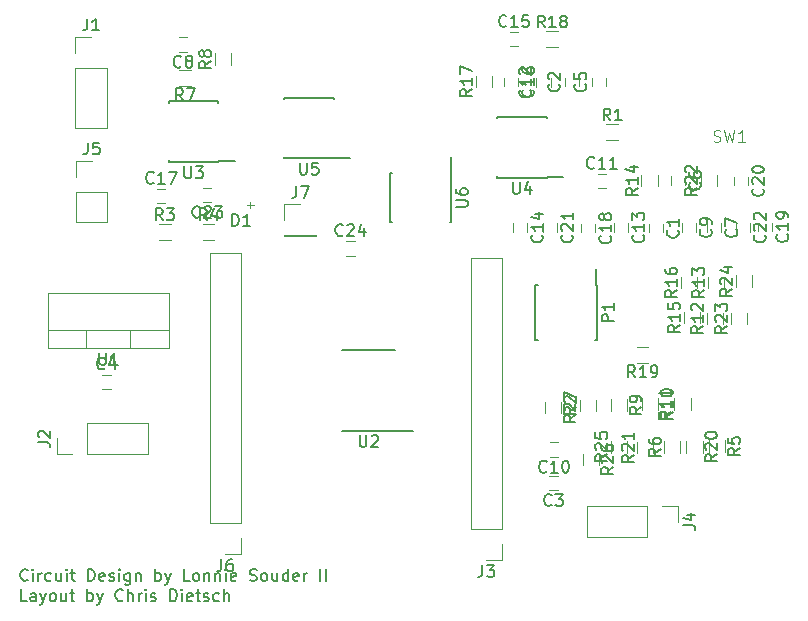
<source format=gto>
G04 #@! TF.FileFunction,Legend,Top*
%FSLAX46Y46*%
G04 Gerber Fmt 4.6, Leading zero omitted, Abs format (unit mm)*
G04 Created by KiCad (PCBNEW 4.0.7) date 11/28/17 14:48:26*
%MOMM*%
%LPD*%
G01*
G04 APERTURE LIST*
%ADD10C,0.100000*%
%ADD11C,0.200000*%
%ADD12C,0.120000*%
%ADD13C,0.150000*%
%ADD14C,0.050000*%
G04 APERTURE END LIST*
D10*
D11*
X111112524Y-141528643D02*
X111064905Y-141576262D01*
X110922048Y-141623881D01*
X110826810Y-141623881D01*
X110683952Y-141576262D01*
X110588714Y-141481024D01*
X110541095Y-141385786D01*
X110493476Y-141195310D01*
X110493476Y-141052452D01*
X110541095Y-140861976D01*
X110588714Y-140766738D01*
X110683952Y-140671500D01*
X110826810Y-140623881D01*
X110922048Y-140623881D01*
X111064905Y-140671500D01*
X111112524Y-140719119D01*
X111541095Y-141623881D02*
X111541095Y-140957214D01*
X111541095Y-140623881D02*
X111493476Y-140671500D01*
X111541095Y-140719119D01*
X111588714Y-140671500D01*
X111541095Y-140623881D01*
X111541095Y-140719119D01*
X112017285Y-141623881D02*
X112017285Y-140957214D01*
X112017285Y-141147690D02*
X112064904Y-141052452D01*
X112112523Y-141004833D01*
X112207761Y-140957214D01*
X112303000Y-140957214D01*
X113064905Y-141576262D02*
X112969667Y-141623881D01*
X112779190Y-141623881D01*
X112683952Y-141576262D01*
X112636333Y-141528643D01*
X112588714Y-141433405D01*
X112588714Y-141147690D01*
X112636333Y-141052452D01*
X112683952Y-141004833D01*
X112779190Y-140957214D01*
X112969667Y-140957214D01*
X113064905Y-141004833D01*
X113922048Y-140957214D02*
X113922048Y-141623881D01*
X113493476Y-140957214D02*
X113493476Y-141481024D01*
X113541095Y-141576262D01*
X113636333Y-141623881D01*
X113779191Y-141623881D01*
X113874429Y-141576262D01*
X113922048Y-141528643D01*
X114398238Y-141623881D02*
X114398238Y-140957214D01*
X114398238Y-140623881D02*
X114350619Y-140671500D01*
X114398238Y-140719119D01*
X114445857Y-140671500D01*
X114398238Y-140623881D01*
X114398238Y-140719119D01*
X114731571Y-140957214D02*
X115112523Y-140957214D01*
X114874428Y-140623881D02*
X114874428Y-141481024D01*
X114922047Y-141576262D01*
X115017285Y-141623881D01*
X115112523Y-141623881D01*
X116207762Y-141623881D02*
X116207762Y-140623881D01*
X116445857Y-140623881D01*
X116588715Y-140671500D01*
X116683953Y-140766738D01*
X116731572Y-140861976D01*
X116779191Y-141052452D01*
X116779191Y-141195310D01*
X116731572Y-141385786D01*
X116683953Y-141481024D01*
X116588715Y-141576262D01*
X116445857Y-141623881D01*
X116207762Y-141623881D01*
X117588715Y-141576262D02*
X117493477Y-141623881D01*
X117303000Y-141623881D01*
X117207762Y-141576262D01*
X117160143Y-141481024D01*
X117160143Y-141100071D01*
X117207762Y-141004833D01*
X117303000Y-140957214D01*
X117493477Y-140957214D01*
X117588715Y-141004833D01*
X117636334Y-141100071D01*
X117636334Y-141195310D01*
X117160143Y-141290548D01*
X118017286Y-141576262D02*
X118112524Y-141623881D01*
X118303000Y-141623881D01*
X118398239Y-141576262D01*
X118445858Y-141481024D01*
X118445858Y-141433405D01*
X118398239Y-141338167D01*
X118303000Y-141290548D01*
X118160143Y-141290548D01*
X118064905Y-141242929D01*
X118017286Y-141147690D01*
X118017286Y-141100071D01*
X118064905Y-141004833D01*
X118160143Y-140957214D01*
X118303000Y-140957214D01*
X118398239Y-141004833D01*
X118874429Y-141623881D02*
X118874429Y-140957214D01*
X118874429Y-140623881D02*
X118826810Y-140671500D01*
X118874429Y-140719119D01*
X118922048Y-140671500D01*
X118874429Y-140623881D01*
X118874429Y-140719119D01*
X119779191Y-140957214D02*
X119779191Y-141766738D01*
X119731572Y-141861976D01*
X119683953Y-141909595D01*
X119588714Y-141957214D01*
X119445857Y-141957214D01*
X119350619Y-141909595D01*
X119779191Y-141576262D02*
X119683953Y-141623881D01*
X119493476Y-141623881D01*
X119398238Y-141576262D01*
X119350619Y-141528643D01*
X119303000Y-141433405D01*
X119303000Y-141147690D01*
X119350619Y-141052452D01*
X119398238Y-141004833D01*
X119493476Y-140957214D01*
X119683953Y-140957214D01*
X119779191Y-141004833D01*
X120255381Y-140957214D02*
X120255381Y-141623881D01*
X120255381Y-141052452D02*
X120303000Y-141004833D01*
X120398238Y-140957214D01*
X120541096Y-140957214D01*
X120636334Y-141004833D01*
X120683953Y-141100071D01*
X120683953Y-141623881D01*
X121922048Y-141623881D02*
X121922048Y-140623881D01*
X121922048Y-141004833D02*
X122017286Y-140957214D01*
X122207763Y-140957214D01*
X122303001Y-141004833D01*
X122350620Y-141052452D01*
X122398239Y-141147690D01*
X122398239Y-141433405D01*
X122350620Y-141528643D01*
X122303001Y-141576262D01*
X122207763Y-141623881D01*
X122017286Y-141623881D01*
X121922048Y-141576262D01*
X122731572Y-140957214D02*
X122969667Y-141623881D01*
X123207763Y-140957214D02*
X122969667Y-141623881D01*
X122874429Y-141861976D01*
X122826810Y-141909595D01*
X122731572Y-141957214D01*
X124826811Y-141623881D02*
X124350620Y-141623881D01*
X124350620Y-140623881D01*
X125303001Y-141623881D02*
X125207763Y-141576262D01*
X125160144Y-141528643D01*
X125112525Y-141433405D01*
X125112525Y-141147690D01*
X125160144Y-141052452D01*
X125207763Y-141004833D01*
X125303001Y-140957214D01*
X125445859Y-140957214D01*
X125541097Y-141004833D01*
X125588716Y-141052452D01*
X125636335Y-141147690D01*
X125636335Y-141433405D01*
X125588716Y-141528643D01*
X125541097Y-141576262D01*
X125445859Y-141623881D01*
X125303001Y-141623881D01*
X126064906Y-140957214D02*
X126064906Y-141623881D01*
X126064906Y-141052452D02*
X126112525Y-141004833D01*
X126207763Y-140957214D01*
X126350621Y-140957214D01*
X126445859Y-141004833D01*
X126493478Y-141100071D01*
X126493478Y-141623881D01*
X126969668Y-140957214D02*
X126969668Y-141623881D01*
X126969668Y-141052452D02*
X127017287Y-141004833D01*
X127112525Y-140957214D01*
X127255383Y-140957214D01*
X127350621Y-141004833D01*
X127398240Y-141100071D01*
X127398240Y-141623881D01*
X127874430Y-141623881D02*
X127874430Y-140957214D01*
X127874430Y-140623881D02*
X127826811Y-140671500D01*
X127874430Y-140719119D01*
X127922049Y-140671500D01*
X127874430Y-140623881D01*
X127874430Y-140719119D01*
X128731573Y-141576262D02*
X128636335Y-141623881D01*
X128445858Y-141623881D01*
X128350620Y-141576262D01*
X128303001Y-141481024D01*
X128303001Y-141100071D01*
X128350620Y-141004833D01*
X128445858Y-140957214D01*
X128636335Y-140957214D01*
X128731573Y-141004833D01*
X128779192Y-141100071D01*
X128779192Y-141195310D01*
X128303001Y-141290548D01*
X129922049Y-141576262D02*
X130064906Y-141623881D01*
X130303002Y-141623881D01*
X130398240Y-141576262D01*
X130445859Y-141528643D01*
X130493478Y-141433405D01*
X130493478Y-141338167D01*
X130445859Y-141242929D01*
X130398240Y-141195310D01*
X130303002Y-141147690D01*
X130112525Y-141100071D01*
X130017287Y-141052452D01*
X129969668Y-141004833D01*
X129922049Y-140909595D01*
X129922049Y-140814357D01*
X129969668Y-140719119D01*
X130017287Y-140671500D01*
X130112525Y-140623881D01*
X130350621Y-140623881D01*
X130493478Y-140671500D01*
X131064906Y-141623881D02*
X130969668Y-141576262D01*
X130922049Y-141528643D01*
X130874430Y-141433405D01*
X130874430Y-141147690D01*
X130922049Y-141052452D01*
X130969668Y-141004833D01*
X131064906Y-140957214D01*
X131207764Y-140957214D01*
X131303002Y-141004833D01*
X131350621Y-141052452D01*
X131398240Y-141147690D01*
X131398240Y-141433405D01*
X131350621Y-141528643D01*
X131303002Y-141576262D01*
X131207764Y-141623881D01*
X131064906Y-141623881D01*
X132255383Y-140957214D02*
X132255383Y-141623881D01*
X131826811Y-140957214D02*
X131826811Y-141481024D01*
X131874430Y-141576262D01*
X131969668Y-141623881D01*
X132112526Y-141623881D01*
X132207764Y-141576262D01*
X132255383Y-141528643D01*
X133160145Y-141623881D02*
X133160145Y-140623881D01*
X133160145Y-141576262D02*
X133064907Y-141623881D01*
X132874430Y-141623881D01*
X132779192Y-141576262D01*
X132731573Y-141528643D01*
X132683954Y-141433405D01*
X132683954Y-141147690D01*
X132731573Y-141052452D01*
X132779192Y-141004833D01*
X132874430Y-140957214D01*
X133064907Y-140957214D01*
X133160145Y-141004833D01*
X134017288Y-141576262D02*
X133922050Y-141623881D01*
X133731573Y-141623881D01*
X133636335Y-141576262D01*
X133588716Y-141481024D01*
X133588716Y-141100071D01*
X133636335Y-141004833D01*
X133731573Y-140957214D01*
X133922050Y-140957214D01*
X134017288Y-141004833D01*
X134064907Y-141100071D01*
X134064907Y-141195310D01*
X133588716Y-141290548D01*
X134493478Y-141623881D02*
X134493478Y-140957214D01*
X134493478Y-141147690D02*
X134541097Y-141052452D01*
X134588716Y-141004833D01*
X134683954Y-140957214D01*
X134779193Y-140957214D01*
X135874431Y-141623881D02*
X135874431Y-140623881D01*
X136350621Y-141623881D02*
X136350621Y-140623881D01*
X111017286Y-143323881D02*
X110541095Y-143323881D01*
X110541095Y-142323881D01*
X111779191Y-143323881D02*
X111779191Y-142800071D01*
X111731572Y-142704833D01*
X111636334Y-142657214D01*
X111445857Y-142657214D01*
X111350619Y-142704833D01*
X111779191Y-143276262D02*
X111683953Y-143323881D01*
X111445857Y-143323881D01*
X111350619Y-143276262D01*
X111303000Y-143181024D01*
X111303000Y-143085786D01*
X111350619Y-142990548D01*
X111445857Y-142942929D01*
X111683953Y-142942929D01*
X111779191Y-142895310D01*
X112160143Y-142657214D02*
X112398238Y-143323881D01*
X112636334Y-142657214D02*
X112398238Y-143323881D01*
X112303000Y-143561976D01*
X112255381Y-143609595D01*
X112160143Y-143657214D01*
X113160143Y-143323881D02*
X113064905Y-143276262D01*
X113017286Y-143228643D01*
X112969667Y-143133405D01*
X112969667Y-142847690D01*
X113017286Y-142752452D01*
X113064905Y-142704833D01*
X113160143Y-142657214D01*
X113303001Y-142657214D01*
X113398239Y-142704833D01*
X113445858Y-142752452D01*
X113493477Y-142847690D01*
X113493477Y-143133405D01*
X113445858Y-143228643D01*
X113398239Y-143276262D01*
X113303001Y-143323881D01*
X113160143Y-143323881D01*
X114350620Y-142657214D02*
X114350620Y-143323881D01*
X113922048Y-142657214D02*
X113922048Y-143181024D01*
X113969667Y-143276262D01*
X114064905Y-143323881D01*
X114207763Y-143323881D01*
X114303001Y-143276262D01*
X114350620Y-143228643D01*
X114683953Y-142657214D02*
X115064905Y-142657214D01*
X114826810Y-142323881D02*
X114826810Y-143181024D01*
X114874429Y-143276262D01*
X114969667Y-143323881D01*
X115064905Y-143323881D01*
X116160144Y-143323881D02*
X116160144Y-142323881D01*
X116160144Y-142704833D02*
X116255382Y-142657214D01*
X116445859Y-142657214D01*
X116541097Y-142704833D01*
X116588716Y-142752452D01*
X116636335Y-142847690D01*
X116636335Y-143133405D01*
X116588716Y-143228643D01*
X116541097Y-143276262D01*
X116445859Y-143323881D01*
X116255382Y-143323881D01*
X116160144Y-143276262D01*
X116969668Y-142657214D02*
X117207763Y-143323881D01*
X117445859Y-142657214D02*
X117207763Y-143323881D01*
X117112525Y-143561976D01*
X117064906Y-143609595D01*
X116969668Y-143657214D01*
X119160145Y-143228643D02*
X119112526Y-143276262D01*
X118969669Y-143323881D01*
X118874431Y-143323881D01*
X118731573Y-143276262D01*
X118636335Y-143181024D01*
X118588716Y-143085786D01*
X118541097Y-142895310D01*
X118541097Y-142752452D01*
X118588716Y-142561976D01*
X118636335Y-142466738D01*
X118731573Y-142371500D01*
X118874431Y-142323881D01*
X118969669Y-142323881D01*
X119112526Y-142371500D01*
X119160145Y-142419119D01*
X119588716Y-143323881D02*
X119588716Y-142323881D01*
X120017288Y-143323881D02*
X120017288Y-142800071D01*
X119969669Y-142704833D01*
X119874431Y-142657214D01*
X119731573Y-142657214D01*
X119636335Y-142704833D01*
X119588716Y-142752452D01*
X120493478Y-143323881D02*
X120493478Y-142657214D01*
X120493478Y-142847690D02*
X120541097Y-142752452D01*
X120588716Y-142704833D01*
X120683954Y-142657214D01*
X120779193Y-142657214D01*
X121112526Y-143323881D02*
X121112526Y-142657214D01*
X121112526Y-142323881D02*
X121064907Y-142371500D01*
X121112526Y-142419119D01*
X121160145Y-142371500D01*
X121112526Y-142323881D01*
X121112526Y-142419119D01*
X121541097Y-143276262D02*
X121636335Y-143323881D01*
X121826811Y-143323881D01*
X121922050Y-143276262D01*
X121969669Y-143181024D01*
X121969669Y-143133405D01*
X121922050Y-143038167D01*
X121826811Y-142990548D01*
X121683954Y-142990548D01*
X121588716Y-142942929D01*
X121541097Y-142847690D01*
X121541097Y-142800071D01*
X121588716Y-142704833D01*
X121683954Y-142657214D01*
X121826811Y-142657214D01*
X121922050Y-142704833D01*
X123160145Y-143323881D02*
X123160145Y-142323881D01*
X123398240Y-142323881D01*
X123541098Y-142371500D01*
X123636336Y-142466738D01*
X123683955Y-142561976D01*
X123731574Y-142752452D01*
X123731574Y-142895310D01*
X123683955Y-143085786D01*
X123636336Y-143181024D01*
X123541098Y-143276262D01*
X123398240Y-143323881D01*
X123160145Y-143323881D01*
X124160145Y-143323881D02*
X124160145Y-142657214D01*
X124160145Y-142323881D02*
X124112526Y-142371500D01*
X124160145Y-142419119D01*
X124207764Y-142371500D01*
X124160145Y-142323881D01*
X124160145Y-142419119D01*
X125017288Y-143276262D02*
X124922050Y-143323881D01*
X124731573Y-143323881D01*
X124636335Y-143276262D01*
X124588716Y-143181024D01*
X124588716Y-142800071D01*
X124636335Y-142704833D01*
X124731573Y-142657214D01*
X124922050Y-142657214D01*
X125017288Y-142704833D01*
X125064907Y-142800071D01*
X125064907Y-142895310D01*
X124588716Y-142990548D01*
X125350621Y-142657214D02*
X125731573Y-142657214D01*
X125493478Y-142323881D02*
X125493478Y-143181024D01*
X125541097Y-143276262D01*
X125636335Y-143323881D01*
X125731573Y-143323881D01*
X126017288Y-143276262D02*
X126112526Y-143323881D01*
X126303002Y-143323881D01*
X126398241Y-143276262D01*
X126445860Y-143181024D01*
X126445860Y-143133405D01*
X126398241Y-143038167D01*
X126303002Y-142990548D01*
X126160145Y-142990548D01*
X126064907Y-142942929D01*
X126017288Y-142847690D01*
X126017288Y-142800071D01*
X126064907Y-142704833D01*
X126160145Y-142657214D01*
X126303002Y-142657214D01*
X126398241Y-142704833D01*
X127303003Y-143276262D02*
X127207765Y-143323881D01*
X127017288Y-143323881D01*
X126922050Y-143276262D01*
X126874431Y-143228643D01*
X126826812Y-143133405D01*
X126826812Y-142847690D01*
X126874431Y-142752452D01*
X126922050Y-142704833D01*
X127017288Y-142657214D01*
X127207765Y-142657214D01*
X127303003Y-142704833D01*
X127731574Y-143323881D02*
X127731574Y-142323881D01*
X128160146Y-143323881D02*
X128160146Y-142800071D01*
X128112527Y-142704833D01*
X128017289Y-142657214D01*
X127874431Y-142657214D01*
X127779193Y-142704833D01*
X127731574Y-142752452D01*
D12*
X163674500Y-112110000D02*
X163674500Y-111410000D01*
X164874500Y-111410000D02*
X164874500Y-112110000D01*
X157826000Y-99027500D02*
X157826000Y-99727500D01*
X156626000Y-99727500D02*
X156626000Y-99027500D01*
X155275800Y-132711900D02*
X155975800Y-132711900D01*
X155975800Y-133911900D02*
X155275800Y-133911900D01*
X118129800Y-125352100D02*
X117429800Y-125352100D01*
X117429800Y-124152100D02*
X118129800Y-124152100D01*
X160048500Y-99027500D02*
X160048500Y-99727500D01*
X158848500Y-99727500D02*
X158848500Y-99027500D01*
X165566800Y-108058700D02*
X165566800Y-107358700D01*
X166766800Y-107358700D02*
X166766800Y-108058700D01*
X168627500Y-112046500D02*
X168627500Y-111346500D01*
X169827500Y-111346500D02*
X169827500Y-112046500D01*
X123906800Y-95602500D02*
X124606800Y-95602500D01*
X124606800Y-96802500D02*
X123906800Y-96802500D01*
X166468500Y-112046500D02*
X166468500Y-111346500D01*
X167668500Y-111346500D02*
X167668500Y-112046500D01*
X155326600Y-129892500D02*
X156026600Y-129892500D01*
X156026600Y-131092500D02*
X155326600Y-131092500D01*
X160065200Y-108359500D02*
X159365200Y-108359500D01*
X159365200Y-107159500D02*
X160065200Y-107159500D01*
X155381250Y-99059250D02*
X155381250Y-99759250D01*
X154181250Y-99759250D02*
X154181250Y-99059250D01*
X160753500Y-112046500D02*
X160753500Y-111346500D01*
X161953500Y-111346500D02*
X161953500Y-112046500D01*
X152181000Y-112046500D02*
X152181000Y-111346500D01*
X153381000Y-111346500D02*
X153381000Y-112046500D01*
X152623000Y-96358000D02*
X151923000Y-96358000D01*
X151923000Y-95158000D02*
X152623000Y-95158000D01*
X151419000Y-99727500D02*
X151419000Y-99027500D01*
X152619000Y-99027500D02*
X152619000Y-99727500D01*
X122752600Y-109629500D02*
X122052600Y-109629500D01*
X122052600Y-108429500D02*
X122752600Y-108429500D01*
X157959500Y-112110000D02*
X157959500Y-111410000D01*
X159159500Y-111410000D02*
X159159500Y-112110000D01*
X172945500Y-111983000D02*
X172945500Y-111283000D01*
X174145500Y-111283000D02*
X174145500Y-111983000D01*
X170875400Y-108109500D02*
X170875400Y-107409500D01*
X172075400Y-107409500D02*
X172075400Y-108109500D01*
X154721000Y-112046500D02*
X154721000Y-111346500D01*
X155921000Y-111346500D02*
X155921000Y-112046500D01*
X171040500Y-112046500D02*
X171040500Y-111346500D01*
X172240500Y-111346500D02*
X172240500Y-112046500D01*
X125964200Y-108327900D02*
X126664200Y-108327900D01*
X126664200Y-109527900D02*
X125964200Y-109527900D01*
X115138359Y-103299499D02*
X117798359Y-103299499D01*
X115138359Y-98159499D02*
X115138359Y-103299499D01*
X117798359Y-98159499D02*
X117798359Y-103299499D01*
X115138359Y-98159499D02*
X117798359Y-98159499D01*
X115138359Y-96889499D02*
X115138359Y-95559499D01*
X115138359Y-95559499D02*
X116468359Y-95559499D01*
X121294200Y-130882700D02*
X121294200Y-128222700D01*
X116154200Y-130882700D02*
X121294200Y-130882700D01*
X116154200Y-128222700D02*
X121294200Y-128222700D01*
X116154200Y-130882700D02*
X116154200Y-128222700D01*
X114884200Y-130882700D02*
X113554200Y-130882700D01*
X113554200Y-130882700D02*
X113554200Y-129552700D01*
X151266200Y-114303500D02*
X148606200Y-114303500D01*
X151266200Y-137223500D02*
X151266200Y-114303500D01*
X148606200Y-137223500D02*
X148606200Y-114303500D01*
X151266200Y-137223500D02*
X148606200Y-137223500D01*
X151266200Y-138493500D02*
X151266200Y-139823500D01*
X151266200Y-139823500D02*
X149936200Y-139823500D01*
X158436000Y-135258500D02*
X158436000Y-137918500D01*
X163576000Y-135258500D02*
X158436000Y-135258500D01*
X163576000Y-137918500D02*
X158436000Y-137918500D01*
X163576000Y-135258500D02*
X163576000Y-137918500D01*
X164846000Y-135258500D02*
X166176000Y-135258500D01*
X166176000Y-135258500D02*
X166176000Y-136588500D01*
X115202859Y-111251999D02*
X117862859Y-111251999D01*
X115202859Y-108651999D02*
X115202859Y-111251999D01*
X117862859Y-108651999D02*
X117862859Y-111251999D01*
X115202859Y-108651999D02*
X117862859Y-108651999D01*
X115202859Y-107381999D02*
X115202859Y-106051999D01*
X115202859Y-106051999D02*
X116532859Y-106051999D01*
X129168200Y-113820900D02*
X126508200Y-113820900D01*
X129168200Y-136740900D02*
X129168200Y-113820900D01*
X126508200Y-136740900D02*
X126508200Y-113820900D01*
X129168200Y-136740900D02*
X126508200Y-136740900D01*
X129168200Y-138010900D02*
X129168200Y-139340900D01*
X129168200Y-139340900D02*
X127838200Y-139340900D01*
X132845500Y-112391500D02*
X135505500Y-112391500D01*
X132845500Y-112331500D02*
X132845500Y-112391500D01*
X135505500Y-112331500D02*
X135505500Y-112391500D01*
X132845500Y-112331500D02*
X135505500Y-112331500D01*
X132845500Y-111061500D02*
X132845500Y-109731500D01*
X132845500Y-109731500D02*
X134175500Y-109731500D01*
D13*
X159343000Y-116559700D02*
X159218000Y-116559700D01*
X159343000Y-121209700D02*
X159118000Y-121209700D01*
X154093000Y-121209700D02*
X154318000Y-121209700D01*
X154093000Y-116559700D02*
X154318000Y-116559700D01*
X159343000Y-116559700D02*
X159343000Y-121209700D01*
X154093000Y-116559700D02*
X154093000Y-121209700D01*
X159218000Y-116559700D02*
X159218000Y-115209700D01*
D12*
X161104200Y-104299300D02*
X160104200Y-104299300D01*
X160104200Y-102939300D02*
X161104200Y-102939300D01*
X159201400Y-126258700D02*
X159201400Y-127258700D01*
X157841400Y-127258700D02*
X157841400Y-126258700D01*
X123207400Y-112757500D02*
X122207400Y-112757500D01*
X122207400Y-111397500D02*
X123207400Y-111397500D01*
X126915800Y-112757500D02*
X125915800Y-112757500D01*
X125915800Y-111397500D02*
X126915800Y-111397500D01*
X168814200Y-130713100D02*
X168814200Y-129713100D01*
X170174200Y-129713100D02*
X170174200Y-130713100D01*
X166364200Y-129763900D02*
X166364200Y-130763900D01*
X165004200Y-130763900D02*
X165004200Y-129763900D01*
X123909200Y-98341900D02*
X124909200Y-98341900D01*
X124909200Y-99701900D02*
X123909200Y-99701900D01*
X128315000Y-96947100D02*
X128315000Y-97947100D01*
X126955000Y-97947100D02*
X126955000Y-96947100D01*
X160483000Y-127207900D02*
X160483000Y-126207900D01*
X161843000Y-126207900D02*
X161843000Y-127207900D01*
X163124600Y-127157100D02*
X163124600Y-126157100D01*
X164484600Y-126157100D02*
X164484600Y-127157100D01*
X167227800Y-126157100D02*
X167227800Y-127157100D01*
X165867800Y-127157100D02*
X165867800Y-126157100D01*
X169971000Y-118892700D02*
X169971000Y-119892700D01*
X168611000Y-119892700D02*
X168611000Y-118892700D01*
X170072600Y-115844700D02*
X170072600Y-116844700D01*
X168712600Y-116844700D02*
X168712600Y-115844700D01*
X164433800Y-107208700D02*
X164433800Y-108208700D01*
X163073800Y-108208700D02*
X163073800Y-107208700D01*
X168015200Y-118816500D02*
X168015200Y-119816500D01*
X166655200Y-119816500D02*
X166655200Y-118816500D01*
X167761200Y-115844700D02*
X167761200Y-116844700D01*
X166401200Y-116844700D02*
X166401200Y-115844700D01*
X150413000Y-98826700D02*
X150413000Y-99826700D01*
X149053000Y-99826700D02*
X149053000Y-98826700D01*
X156011500Y-96438000D02*
X155011500Y-96438000D01*
X155011500Y-95078000D02*
X156011500Y-95078000D01*
X162669600Y-121786100D02*
X163669600Y-121786100D01*
X163669600Y-123146100D02*
X162669600Y-123146100D01*
X166883800Y-130763900D02*
X166883800Y-129763900D01*
X168243800Y-129763900D02*
X168243800Y-130763900D01*
X164078200Y-129814700D02*
X164078200Y-130814700D01*
X162718200Y-130814700D02*
X162718200Y-129814700D01*
X169437600Y-107208700D02*
X169437600Y-108208700D01*
X168077600Y-108208700D02*
X168077600Y-107208700D01*
X172003000Y-118892700D02*
X172003000Y-119892700D01*
X170643000Y-119892700D02*
X170643000Y-118892700D01*
X172409400Y-115743100D02*
X172409400Y-116743100D01*
X171049400Y-116743100D02*
X171049400Y-115743100D01*
X161843000Y-129763900D02*
X161843000Y-130763900D01*
X160483000Y-130763900D02*
X160483000Y-129763900D01*
X158095400Y-131830700D02*
X158095400Y-130830700D01*
X159455400Y-130830700D02*
X159455400Y-131830700D01*
X154895000Y-127436500D02*
X154895000Y-126436500D01*
X156255000Y-126436500D02*
X156255000Y-127436500D01*
X123052200Y-121885700D02*
X112812200Y-121885700D01*
X123052200Y-117244700D02*
X112812200Y-117244700D01*
X123052200Y-121885700D02*
X123052200Y-117244700D01*
X112812200Y-121885700D02*
X112812200Y-117244700D01*
X123052200Y-120375700D02*
X112812200Y-120375700D01*
X119782200Y-121885700D02*
X119782200Y-120375700D01*
X116081200Y-121885700D02*
X116081200Y-120375700D01*
D13*
X142204400Y-122064100D02*
X137754400Y-122064100D01*
X143729400Y-128964100D02*
X137754400Y-128964100D01*
X127220800Y-106143500D02*
X127220800Y-106093500D01*
X123070800Y-106143500D02*
X123070800Y-105998500D01*
X123070800Y-100993500D02*
X123070800Y-101138500D01*
X127220800Y-100993500D02*
X127220800Y-101138500D01*
X127220800Y-106143500D02*
X123070800Y-106143500D01*
X127220800Y-100993500D02*
X123070800Y-100993500D01*
X127220800Y-106093500D02*
X128620800Y-106093500D01*
X155033800Y-107464300D02*
X155033800Y-107414300D01*
X150883800Y-107464300D02*
X150883800Y-107319300D01*
X150883800Y-102314300D02*
X150883800Y-102459300D01*
X155033800Y-102314300D02*
X155033800Y-102459300D01*
X155033800Y-107464300D02*
X150883800Y-107464300D01*
X155033800Y-102314300D02*
X150883800Y-102314300D01*
X155033800Y-107414300D02*
X156433800Y-107414300D01*
X136999800Y-105838700D02*
X136999800Y-105788700D01*
X132849800Y-105838700D02*
X132849800Y-105693700D01*
X132849800Y-100688700D02*
X132849800Y-100833700D01*
X136999800Y-100688700D02*
X136999800Y-100833700D01*
X136999800Y-105838700D02*
X132849800Y-105838700D01*
X136999800Y-100688700D02*
X132849800Y-100688700D01*
X136999800Y-105788700D02*
X138399800Y-105788700D01*
X146974000Y-107106900D02*
X146924000Y-107106900D01*
X146974000Y-111256900D02*
X146829000Y-111256900D01*
X141824000Y-111256900D02*
X141969000Y-111256900D01*
X141824000Y-107106900D02*
X141969000Y-107106900D01*
X146974000Y-107106900D02*
X146974000Y-111256900D01*
X141824000Y-107106900D02*
X141824000Y-111256900D01*
X146924000Y-107106900D02*
X146924000Y-105706900D01*
D12*
X138780000Y-114074500D02*
X138080000Y-114074500D01*
X138080000Y-112874500D02*
X138780000Y-112874500D01*
D13*
X166131643Y-111926666D02*
X166179262Y-111974285D01*
X166226881Y-112117142D01*
X166226881Y-112212380D01*
X166179262Y-112355238D01*
X166084024Y-112450476D01*
X165988786Y-112498095D01*
X165798310Y-112545714D01*
X165655452Y-112545714D01*
X165464976Y-112498095D01*
X165369738Y-112450476D01*
X165274500Y-112355238D01*
X165226881Y-112212380D01*
X165226881Y-112117142D01*
X165274500Y-111974285D01*
X165322119Y-111926666D01*
X166226881Y-110974285D02*
X166226881Y-111545714D01*
X166226881Y-111260000D02*
X165226881Y-111260000D01*
X165369738Y-111355238D01*
X165464976Y-111450476D01*
X165512595Y-111545714D01*
X156083143Y-99544166D02*
X156130762Y-99591785D01*
X156178381Y-99734642D01*
X156178381Y-99829880D01*
X156130762Y-99972738D01*
X156035524Y-100067976D01*
X155940286Y-100115595D01*
X155749810Y-100163214D01*
X155606952Y-100163214D01*
X155416476Y-100115595D01*
X155321238Y-100067976D01*
X155226000Y-99972738D01*
X155178381Y-99829880D01*
X155178381Y-99734642D01*
X155226000Y-99591785D01*
X155273619Y-99544166D01*
X155273619Y-99163214D02*
X155226000Y-99115595D01*
X155178381Y-99020357D01*
X155178381Y-98782261D01*
X155226000Y-98687023D01*
X155273619Y-98639404D01*
X155368857Y-98591785D01*
X155464095Y-98591785D01*
X155606952Y-98639404D01*
X156178381Y-99210833D01*
X156178381Y-98591785D01*
X155459134Y-135169043D02*
X155411515Y-135216662D01*
X155268658Y-135264281D01*
X155173420Y-135264281D01*
X155030562Y-135216662D01*
X154935324Y-135121424D01*
X154887705Y-135026186D01*
X154840086Y-134835710D01*
X154840086Y-134692852D01*
X154887705Y-134502376D01*
X154935324Y-134407138D01*
X155030562Y-134311900D01*
X155173420Y-134264281D01*
X155268658Y-134264281D01*
X155411515Y-134311900D01*
X155459134Y-134359519D01*
X155792467Y-134264281D02*
X156411515Y-134264281D01*
X156078181Y-134645233D01*
X156221039Y-134645233D01*
X156316277Y-134692852D01*
X156363896Y-134740471D01*
X156411515Y-134835710D01*
X156411515Y-135073805D01*
X156363896Y-135169043D01*
X156316277Y-135216662D01*
X156221039Y-135264281D01*
X155935324Y-135264281D01*
X155840086Y-135216662D01*
X155792467Y-135169043D01*
X117613134Y-123609243D02*
X117565515Y-123656862D01*
X117422658Y-123704481D01*
X117327420Y-123704481D01*
X117184562Y-123656862D01*
X117089324Y-123561624D01*
X117041705Y-123466386D01*
X116994086Y-123275910D01*
X116994086Y-123133052D01*
X117041705Y-122942576D01*
X117089324Y-122847338D01*
X117184562Y-122752100D01*
X117327420Y-122704481D01*
X117422658Y-122704481D01*
X117565515Y-122752100D01*
X117613134Y-122799719D01*
X118470277Y-123037814D02*
X118470277Y-123704481D01*
X118232181Y-122656862D02*
X117994086Y-123371148D01*
X118613134Y-123371148D01*
X158305643Y-99544166D02*
X158353262Y-99591785D01*
X158400881Y-99734642D01*
X158400881Y-99829880D01*
X158353262Y-99972738D01*
X158258024Y-100067976D01*
X158162786Y-100115595D01*
X157972310Y-100163214D01*
X157829452Y-100163214D01*
X157638976Y-100115595D01*
X157543738Y-100067976D01*
X157448500Y-99972738D01*
X157400881Y-99829880D01*
X157400881Y-99734642D01*
X157448500Y-99591785D01*
X157496119Y-99544166D01*
X157400881Y-98639404D02*
X157400881Y-99115595D01*
X157877071Y-99163214D01*
X157829452Y-99115595D01*
X157781833Y-99020357D01*
X157781833Y-98782261D01*
X157829452Y-98687023D01*
X157877071Y-98639404D01*
X157972310Y-98591785D01*
X158210405Y-98591785D01*
X158305643Y-98639404D01*
X158353262Y-98687023D01*
X158400881Y-98782261D01*
X158400881Y-99020357D01*
X158353262Y-99115595D01*
X158305643Y-99163214D01*
X168023943Y-107875366D02*
X168071562Y-107922985D01*
X168119181Y-108065842D01*
X168119181Y-108161080D01*
X168071562Y-108303938D01*
X167976324Y-108399176D01*
X167881086Y-108446795D01*
X167690610Y-108494414D01*
X167547752Y-108494414D01*
X167357276Y-108446795D01*
X167262038Y-108399176D01*
X167166800Y-108303938D01*
X167119181Y-108161080D01*
X167119181Y-108065842D01*
X167166800Y-107922985D01*
X167214419Y-107875366D01*
X167119181Y-107018223D02*
X167119181Y-107208700D01*
X167166800Y-107303938D01*
X167214419Y-107351557D01*
X167357276Y-107446795D01*
X167547752Y-107494414D01*
X167928705Y-107494414D01*
X168023943Y-107446795D01*
X168071562Y-107399176D01*
X168119181Y-107303938D01*
X168119181Y-107113461D01*
X168071562Y-107018223D01*
X168023943Y-106970604D01*
X167928705Y-106922985D01*
X167690610Y-106922985D01*
X167595371Y-106970604D01*
X167547752Y-107018223D01*
X167500133Y-107113461D01*
X167500133Y-107303938D01*
X167547752Y-107399176D01*
X167595371Y-107446795D01*
X167690610Y-107494414D01*
X171084643Y-111863166D02*
X171132262Y-111910785D01*
X171179881Y-112053642D01*
X171179881Y-112148880D01*
X171132262Y-112291738D01*
X171037024Y-112386976D01*
X170941786Y-112434595D01*
X170751310Y-112482214D01*
X170608452Y-112482214D01*
X170417976Y-112434595D01*
X170322738Y-112386976D01*
X170227500Y-112291738D01*
X170179881Y-112148880D01*
X170179881Y-112053642D01*
X170227500Y-111910785D01*
X170275119Y-111863166D01*
X170179881Y-111529833D02*
X170179881Y-110863166D01*
X171179881Y-111291738D01*
X124090134Y-98059643D02*
X124042515Y-98107262D01*
X123899658Y-98154881D01*
X123804420Y-98154881D01*
X123661562Y-98107262D01*
X123566324Y-98012024D01*
X123518705Y-97916786D01*
X123471086Y-97726310D01*
X123471086Y-97583452D01*
X123518705Y-97392976D01*
X123566324Y-97297738D01*
X123661562Y-97202500D01*
X123804420Y-97154881D01*
X123899658Y-97154881D01*
X124042515Y-97202500D01*
X124090134Y-97250119D01*
X124661562Y-97583452D02*
X124566324Y-97535833D01*
X124518705Y-97488214D01*
X124471086Y-97392976D01*
X124471086Y-97345357D01*
X124518705Y-97250119D01*
X124566324Y-97202500D01*
X124661562Y-97154881D01*
X124852039Y-97154881D01*
X124947277Y-97202500D01*
X124994896Y-97250119D01*
X125042515Y-97345357D01*
X125042515Y-97392976D01*
X124994896Y-97488214D01*
X124947277Y-97535833D01*
X124852039Y-97583452D01*
X124661562Y-97583452D01*
X124566324Y-97631071D01*
X124518705Y-97678690D01*
X124471086Y-97773929D01*
X124471086Y-97964405D01*
X124518705Y-98059643D01*
X124566324Y-98107262D01*
X124661562Y-98154881D01*
X124852039Y-98154881D01*
X124947277Y-98107262D01*
X124994896Y-98059643D01*
X125042515Y-97964405D01*
X125042515Y-97773929D01*
X124994896Y-97678690D01*
X124947277Y-97631071D01*
X124852039Y-97583452D01*
X168925643Y-111863166D02*
X168973262Y-111910785D01*
X169020881Y-112053642D01*
X169020881Y-112148880D01*
X168973262Y-112291738D01*
X168878024Y-112386976D01*
X168782786Y-112434595D01*
X168592310Y-112482214D01*
X168449452Y-112482214D01*
X168258976Y-112434595D01*
X168163738Y-112386976D01*
X168068500Y-112291738D01*
X168020881Y-112148880D01*
X168020881Y-112053642D01*
X168068500Y-111910785D01*
X168116119Y-111863166D01*
X169020881Y-111386976D02*
X169020881Y-111196500D01*
X168973262Y-111101261D01*
X168925643Y-111053642D01*
X168782786Y-110958404D01*
X168592310Y-110910785D01*
X168211357Y-110910785D01*
X168116119Y-110958404D01*
X168068500Y-111006023D01*
X168020881Y-111101261D01*
X168020881Y-111291738D01*
X168068500Y-111386976D01*
X168116119Y-111434595D01*
X168211357Y-111482214D01*
X168449452Y-111482214D01*
X168544690Y-111434595D01*
X168592310Y-111386976D01*
X168639929Y-111291738D01*
X168639929Y-111101261D01*
X168592310Y-111006023D01*
X168544690Y-110958404D01*
X168449452Y-110910785D01*
X155033743Y-132349643D02*
X154986124Y-132397262D01*
X154843267Y-132444881D01*
X154748029Y-132444881D01*
X154605171Y-132397262D01*
X154509933Y-132302024D01*
X154462314Y-132206786D01*
X154414695Y-132016310D01*
X154414695Y-131873452D01*
X154462314Y-131682976D01*
X154509933Y-131587738D01*
X154605171Y-131492500D01*
X154748029Y-131444881D01*
X154843267Y-131444881D01*
X154986124Y-131492500D01*
X155033743Y-131540119D01*
X155986124Y-132444881D02*
X155414695Y-132444881D01*
X155700409Y-132444881D02*
X155700409Y-131444881D01*
X155605171Y-131587738D01*
X155509933Y-131682976D01*
X155414695Y-131730595D01*
X156605171Y-131444881D02*
X156700410Y-131444881D01*
X156795648Y-131492500D01*
X156843267Y-131540119D01*
X156890886Y-131635357D01*
X156938505Y-131825833D01*
X156938505Y-132063929D01*
X156890886Y-132254405D01*
X156843267Y-132349643D01*
X156795648Y-132397262D01*
X156700410Y-132444881D01*
X156605171Y-132444881D01*
X156509933Y-132397262D01*
X156462314Y-132349643D01*
X156414695Y-132254405D01*
X156367076Y-132063929D01*
X156367076Y-131825833D01*
X156414695Y-131635357D01*
X156462314Y-131540119D01*
X156509933Y-131492500D01*
X156605171Y-131444881D01*
X159072343Y-106616643D02*
X159024724Y-106664262D01*
X158881867Y-106711881D01*
X158786629Y-106711881D01*
X158643771Y-106664262D01*
X158548533Y-106569024D01*
X158500914Y-106473786D01*
X158453295Y-106283310D01*
X158453295Y-106140452D01*
X158500914Y-105949976D01*
X158548533Y-105854738D01*
X158643771Y-105759500D01*
X158786629Y-105711881D01*
X158881867Y-105711881D01*
X159024724Y-105759500D01*
X159072343Y-105807119D01*
X160024724Y-106711881D02*
X159453295Y-106711881D01*
X159739009Y-106711881D02*
X159739009Y-105711881D01*
X159643771Y-105854738D01*
X159548533Y-105949976D01*
X159453295Y-105997595D01*
X160977105Y-106711881D02*
X160405676Y-106711881D01*
X160691390Y-106711881D02*
X160691390Y-105711881D01*
X160596152Y-105854738D01*
X160500914Y-105949976D01*
X160405676Y-105997595D01*
X153638393Y-100052107D02*
X153686012Y-100099726D01*
X153733631Y-100242583D01*
X153733631Y-100337821D01*
X153686012Y-100480679D01*
X153590774Y-100575917D01*
X153495536Y-100623536D01*
X153305060Y-100671155D01*
X153162202Y-100671155D01*
X152971726Y-100623536D01*
X152876488Y-100575917D01*
X152781250Y-100480679D01*
X152733631Y-100337821D01*
X152733631Y-100242583D01*
X152781250Y-100099726D01*
X152828869Y-100052107D01*
X153733631Y-99099726D02*
X153733631Y-99671155D01*
X153733631Y-99385441D02*
X152733631Y-99385441D01*
X152876488Y-99480679D01*
X152971726Y-99575917D01*
X153019345Y-99671155D01*
X152828869Y-98718774D02*
X152781250Y-98671155D01*
X152733631Y-98575917D01*
X152733631Y-98337821D01*
X152781250Y-98242583D01*
X152828869Y-98194964D01*
X152924107Y-98147345D01*
X153019345Y-98147345D01*
X153162202Y-98194964D01*
X153733631Y-98766393D01*
X153733631Y-98147345D01*
X163210643Y-112339357D02*
X163258262Y-112386976D01*
X163305881Y-112529833D01*
X163305881Y-112625071D01*
X163258262Y-112767929D01*
X163163024Y-112863167D01*
X163067786Y-112910786D01*
X162877310Y-112958405D01*
X162734452Y-112958405D01*
X162543976Y-112910786D01*
X162448738Y-112863167D01*
X162353500Y-112767929D01*
X162305881Y-112625071D01*
X162305881Y-112529833D01*
X162353500Y-112386976D01*
X162401119Y-112339357D01*
X163305881Y-111386976D02*
X163305881Y-111958405D01*
X163305881Y-111672691D02*
X162305881Y-111672691D01*
X162448738Y-111767929D01*
X162543976Y-111863167D01*
X162591595Y-111958405D01*
X162305881Y-111053643D02*
X162305881Y-110434595D01*
X162686833Y-110767929D01*
X162686833Y-110625071D01*
X162734452Y-110529833D01*
X162782071Y-110482214D01*
X162877310Y-110434595D01*
X163115405Y-110434595D01*
X163210643Y-110482214D01*
X163258262Y-110529833D01*
X163305881Y-110625071D01*
X163305881Y-110910786D01*
X163258262Y-111006024D01*
X163210643Y-111053643D01*
X154638143Y-112339357D02*
X154685762Y-112386976D01*
X154733381Y-112529833D01*
X154733381Y-112625071D01*
X154685762Y-112767929D01*
X154590524Y-112863167D01*
X154495286Y-112910786D01*
X154304810Y-112958405D01*
X154161952Y-112958405D01*
X153971476Y-112910786D01*
X153876238Y-112863167D01*
X153781000Y-112767929D01*
X153733381Y-112625071D01*
X153733381Y-112529833D01*
X153781000Y-112386976D01*
X153828619Y-112339357D01*
X154733381Y-111386976D02*
X154733381Y-111958405D01*
X154733381Y-111672691D02*
X153733381Y-111672691D01*
X153876238Y-111767929D01*
X153971476Y-111863167D01*
X154019095Y-111958405D01*
X154066714Y-110529833D02*
X154733381Y-110529833D01*
X153685762Y-110767929D02*
X154400048Y-111006024D01*
X154400048Y-110386976D01*
X151630143Y-94615143D02*
X151582524Y-94662762D01*
X151439667Y-94710381D01*
X151344429Y-94710381D01*
X151201571Y-94662762D01*
X151106333Y-94567524D01*
X151058714Y-94472286D01*
X151011095Y-94281810D01*
X151011095Y-94138952D01*
X151058714Y-93948476D01*
X151106333Y-93853238D01*
X151201571Y-93758000D01*
X151344429Y-93710381D01*
X151439667Y-93710381D01*
X151582524Y-93758000D01*
X151630143Y-93805619D01*
X152582524Y-94710381D02*
X152011095Y-94710381D01*
X152296809Y-94710381D02*
X152296809Y-93710381D01*
X152201571Y-93853238D01*
X152106333Y-93948476D01*
X152011095Y-93996095D01*
X153487286Y-93710381D02*
X153011095Y-93710381D01*
X152963476Y-94186571D01*
X153011095Y-94138952D01*
X153106333Y-94091333D01*
X153344429Y-94091333D01*
X153439667Y-94138952D01*
X153487286Y-94186571D01*
X153534905Y-94281810D01*
X153534905Y-94519905D01*
X153487286Y-94615143D01*
X153439667Y-94662762D01*
X153344429Y-94710381D01*
X153106333Y-94710381D01*
X153011095Y-94662762D01*
X152963476Y-94615143D01*
X153876143Y-100020357D02*
X153923762Y-100067976D01*
X153971381Y-100210833D01*
X153971381Y-100306071D01*
X153923762Y-100448929D01*
X153828524Y-100544167D01*
X153733286Y-100591786D01*
X153542810Y-100639405D01*
X153399952Y-100639405D01*
X153209476Y-100591786D01*
X153114238Y-100544167D01*
X153019000Y-100448929D01*
X152971381Y-100306071D01*
X152971381Y-100210833D01*
X153019000Y-100067976D01*
X153066619Y-100020357D01*
X153971381Y-99067976D02*
X153971381Y-99639405D01*
X153971381Y-99353691D02*
X152971381Y-99353691D01*
X153114238Y-99448929D01*
X153209476Y-99544167D01*
X153257095Y-99639405D01*
X152971381Y-98210833D02*
X152971381Y-98401310D01*
X153019000Y-98496548D01*
X153066619Y-98544167D01*
X153209476Y-98639405D01*
X153399952Y-98687024D01*
X153780905Y-98687024D01*
X153876143Y-98639405D01*
X153923762Y-98591786D01*
X153971381Y-98496548D01*
X153971381Y-98306071D01*
X153923762Y-98210833D01*
X153876143Y-98163214D01*
X153780905Y-98115595D01*
X153542810Y-98115595D01*
X153447571Y-98163214D01*
X153399952Y-98210833D01*
X153352333Y-98306071D01*
X153352333Y-98496548D01*
X153399952Y-98591786D01*
X153447571Y-98639405D01*
X153542810Y-98687024D01*
X121759743Y-107886643D02*
X121712124Y-107934262D01*
X121569267Y-107981881D01*
X121474029Y-107981881D01*
X121331171Y-107934262D01*
X121235933Y-107839024D01*
X121188314Y-107743786D01*
X121140695Y-107553310D01*
X121140695Y-107410452D01*
X121188314Y-107219976D01*
X121235933Y-107124738D01*
X121331171Y-107029500D01*
X121474029Y-106981881D01*
X121569267Y-106981881D01*
X121712124Y-107029500D01*
X121759743Y-107077119D01*
X122712124Y-107981881D02*
X122140695Y-107981881D01*
X122426409Y-107981881D02*
X122426409Y-106981881D01*
X122331171Y-107124738D01*
X122235933Y-107219976D01*
X122140695Y-107267595D01*
X123045457Y-106981881D02*
X123712124Y-106981881D01*
X123283552Y-107981881D01*
X160416643Y-112402857D02*
X160464262Y-112450476D01*
X160511881Y-112593333D01*
X160511881Y-112688571D01*
X160464262Y-112831429D01*
X160369024Y-112926667D01*
X160273786Y-112974286D01*
X160083310Y-113021905D01*
X159940452Y-113021905D01*
X159749976Y-112974286D01*
X159654738Y-112926667D01*
X159559500Y-112831429D01*
X159511881Y-112688571D01*
X159511881Y-112593333D01*
X159559500Y-112450476D01*
X159607119Y-112402857D01*
X160511881Y-111450476D02*
X160511881Y-112021905D01*
X160511881Y-111736191D02*
X159511881Y-111736191D01*
X159654738Y-111831429D01*
X159749976Y-111926667D01*
X159797595Y-112021905D01*
X159940452Y-110879048D02*
X159892833Y-110974286D01*
X159845214Y-111021905D01*
X159749976Y-111069524D01*
X159702357Y-111069524D01*
X159607119Y-111021905D01*
X159559500Y-110974286D01*
X159511881Y-110879048D01*
X159511881Y-110688571D01*
X159559500Y-110593333D01*
X159607119Y-110545714D01*
X159702357Y-110498095D01*
X159749976Y-110498095D01*
X159845214Y-110545714D01*
X159892833Y-110593333D01*
X159940452Y-110688571D01*
X159940452Y-110879048D01*
X159988071Y-110974286D01*
X160035690Y-111021905D01*
X160130929Y-111069524D01*
X160321405Y-111069524D01*
X160416643Y-111021905D01*
X160464262Y-110974286D01*
X160511881Y-110879048D01*
X160511881Y-110688571D01*
X160464262Y-110593333D01*
X160416643Y-110545714D01*
X160321405Y-110498095D01*
X160130929Y-110498095D01*
X160035690Y-110545714D01*
X159988071Y-110593333D01*
X159940452Y-110688571D01*
X175402643Y-112275857D02*
X175450262Y-112323476D01*
X175497881Y-112466333D01*
X175497881Y-112561571D01*
X175450262Y-112704429D01*
X175355024Y-112799667D01*
X175259786Y-112847286D01*
X175069310Y-112894905D01*
X174926452Y-112894905D01*
X174735976Y-112847286D01*
X174640738Y-112799667D01*
X174545500Y-112704429D01*
X174497881Y-112561571D01*
X174497881Y-112466333D01*
X174545500Y-112323476D01*
X174593119Y-112275857D01*
X175497881Y-111323476D02*
X175497881Y-111894905D01*
X175497881Y-111609191D02*
X174497881Y-111609191D01*
X174640738Y-111704429D01*
X174735976Y-111799667D01*
X174783595Y-111894905D01*
X175497881Y-110847286D02*
X175497881Y-110656810D01*
X175450262Y-110561571D01*
X175402643Y-110513952D01*
X175259786Y-110418714D01*
X175069310Y-110371095D01*
X174688357Y-110371095D01*
X174593119Y-110418714D01*
X174545500Y-110466333D01*
X174497881Y-110561571D01*
X174497881Y-110752048D01*
X174545500Y-110847286D01*
X174593119Y-110894905D01*
X174688357Y-110942524D01*
X174926452Y-110942524D01*
X175021690Y-110894905D01*
X175069310Y-110847286D01*
X175116929Y-110752048D01*
X175116929Y-110561571D01*
X175069310Y-110466333D01*
X175021690Y-110418714D01*
X174926452Y-110371095D01*
X173332543Y-108402357D02*
X173380162Y-108449976D01*
X173427781Y-108592833D01*
X173427781Y-108688071D01*
X173380162Y-108830929D01*
X173284924Y-108926167D01*
X173189686Y-108973786D01*
X172999210Y-109021405D01*
X172856352Y-109021405D01*
X172665876Y-108973786D01*
X172570638Y-108926167D01*
X172475400Y-108830929D01*
X172427781Y-108688071D01*
X172427781Y-108592833D01*
X172475400Y-108449976D01*
X172523019Y-108402357D01*
X172523019Y-108021405D02*
X172475400Y-107973786D01*
X172427781Y-107878548D01*
X172427781Y-107640452D01*
X172475400Y-107545214D01*
X172523019Y-107497595D01*
X172618257Y-107449976D01*
X172713495Y-107449976D01*
X172856352Y-107497595D01*
X173427781Y-108069024D01*
X173427781Y-107449976D01*
X172427781Y-106830929D02*
X172427781Y-106735690D01*
X172475400Y-106640452D01*
X172523019Y-106592833D01*
X172618257Y-106545214D01*
X172808733Y-106497595D01*
X173046829Y-106497595D01*
X173237305Y-106545214D01*
X173332543Y-106592833D01*
X173380162Y-106640452D01*
X173427781Y-106735690D01*
X173427781Y-106830929D01*
X173380162Y-106926167D01*
X173332543Y-106973786D01*
X173237305Y-107021405D01*
X173046829Y-107069024D01*
X172808733Y-107069024D01*
X172618257Y-107021405D01*
X172523019Y-106973786D01*
X172475400Y-106926167D01*
X172427781Y-106830929D01*
X157178143Y-112339357D02*
X157225762Y-112386976D01*
X157273381Y-112529833D01*
X157273381Y-112625071D01*
X157225762Y-112767929D01*
X157130524Y-112863167D01*
X157035286Y-112910786D01*
X156844810Y-112958405D01*
X156701952Y-112958405D01*
X156511476Y-112910786D01*
X156416238Y-112863167D01*
X156321000Y-112767929D01*
X156273381Y-112625071D01*
X156273381Y-112529833D01*
X156321000Y-112386976D01*
X156368619Y-112339357D01*
X156368619Y-111958405D02*
X156321000Y-111910786D01*
X156273381Y-111815548D01*
X156273381Y-111577452D01*
X156321000Y-111482214D01*
X156368619Y-111434595D01*
X156463857Y-111386976D01*
X156559095Y-111386976D01*
X156701952Y-111434595D01*
X157273381Y-112006024D01*
X157273381Y-111386976D01*
X157273381Y-110434595D02*
X157273381Y-111006024D01*
X157273381Y-110720310D02*
X156273381Y-110720310D01*
X156416238Y-110815548D01*
X156511476Y-110910786D01*
X156559095Y-111006024D01*
X173497643Y-112339357D02*
X173545262Y-112386976D01*
X173592881Y-112529833D01*
X173592881Y-112625071D01*
X173545262Y-112767929D01*
X173450024Y-112863167D01*
X173354786Y-112910786D01*
X173164310Y-112958405D01*
X173021452Y-112958405D01*
X172830976Y-112910786D01*
X172735738Y-112863167D01*
X172640500Y-112767929D01*
X172592881Y-112625071D01*
X172592881Y-112529833D01*
X172640500Y-112386976D01*
X172688119Y-112339357D01*
X172688119Y-111958405D02*
X172640500Y-111910786D01*
X172592881Y-111815548D01*
X172592881Y-111577452D01*
X172640500Y-111482214D01*
X172688119Y-111434595D01*
X172783357Y-111386976D01*
X172878595Y-111386976D01*
X173021452Y-111434595D01*
X173592881Y-112006024D01*
X173592881Y-111386976D01*
X172688119Y-111006024D02*
X172640500Y-110958405D01*
X172592881Y-110863167D01*
X172592881Y-110625071D01*
X172640500Y-110529833D01*
X172688119Y-110482214D01*
X172783357Y-110434595D01*
X172878595Y-110434595D01*
X173021452Y-110482214D01*
X173592881Y-111053643D01*
X173592881Y-110434595D01*
X125671343Y-110785043D02*
X125623724Y-110832662D01*
X125480867Y-110880281D01*
X125385629Y-110880281D01*
X125242771Y-110832662D01*
X125147533Y-110737424D01*
X125099914Y-110642186D01*
X125052295Y-110451710D01*
X125052295Y-110308852D01*
X125099914Y-110118376D01*
X125147533Y-110023138D01*
X125242771Y-109927900D01*
X125385629Y-109880281D01*
X125480867Y-109880281D01*
X125623724Y-109927900D01*
X125671343Y-109975519D01*
X126052295Y-109975519D02*
X126099914Y-109927900D01*
X126195152Y-109880281D01*
X126433248Y-109880281D01*
X126528486Y-109927900D01*
X126576105Y-109975519D01*
X126623724Y-110070757D01*
X126623724Y-110165995D01*
X126576105Y-110308852D01*
X126004676Y-110880281D01*
X126623724Y-110880281D01*
X126957057Y-109880281D02*
X127576105Y-109880281D01*
X127242771Y-110261233D01*
X127385629Y-110261233D01*
X127480867Y-110308852D01*
X127528486Y-110356471D01*
X127576105Y-110451710D01*
X127576105Y-110689805D01*
X127528486Y-110785043D01*
X127480867Y-110832662D01*
X127385629Y-110880281D01*
X127099914Y-110880281D01*
X127004676Y-110832662D01*
X126957057Y-110785043D01*
X128420905Y-111548681D02*
X128420905Y-110548681D01*
X128659000Y-110548681D01*
X128801858Y-110596300D01*
X128897096Y-110691538D01*
X128944715Y-110786776D01*
X128992334Y-110977252D01*
X128992334Y-111120110D01*
X128944715Y-111310586D01*
X128897096Y-111405824D01*
X128801858Y-111501062D01*
X128659000Y-111548681D01*
X128420905Y-111548681D01*
X129944715Y-111548681D02*
X129373286Y-111548681D01*
X129659000Y-111548681D02*
X129659000Y-110548681D01*
X129563762Y-110691538D01*
X129468524Y-110786776D01*
X129373286Y-110834395D01*
D14*
X129673286Y-109799871D02*
X130244715Y-109799871D01*
X129959001Y-110085586D02*
X129959001Y-109514157D01*
D13*
X116135026Y-94011880D02*
X116135026Y-94726166D01*
X116087406Y-94869023D01*
X115992168Y-94964261D01*
X115849311Y-95011880D01*
X115754073Y-95011880D01*
X117135026Y-95011880D02*
X116563597Y-95011880D01*
X116849311Y-95011880D02*
X116849311Y-94011880D01*
X116754073Y-94154737D01*
X116658835Y-94249975D01*
X116563597Y-94297594D01*
X112006581Y-129886033D02*
X112720867Y-129886033D01*
X112863724Y-129933653D01*
X112958962Y-130028891D01*
X113006581Y-130171748D01*
X113006581Y-130266986D01*
X112101819Y-129457462D02*
X112054200Y-129409843D01*
X112006581Y-129314605D01*
X112006581Y-129076509D01*
X112054200Y-128981271D01*
X112101819Y-128933652D01*
X112197057Y-128886033D01*
X112292295Y-128886033D01*
X112435152Y-128933652D01*
X113006581Y-129505081D01*
X113006581Y-128886033D01*
X149602867Y-140275881D02*
X149602867Y-140990167D01*
X149555247Y-141133024D01*
X149460009Y-141228262D01*
X149317152Y-141275881D01*
X149221914Y-141275881D01*
X149983819Y-140275881D02*
X150602867Y-140275881D01*
X150269533Y-140656833D01*
X150412391Y-140656833D01*
X150507629Y-140704452D01*
X150555248Y-140752071D01*
X150602867Y-140847310D01*
X150602867Y-141085405D01*
X150555248Y-141180643D01*
X150507629Y-141228262D01*
X150412391Y-141275881D01*
X150126676Y-141275881D01*
X150031438Y-141228262D01*
X149983819Y-141180643D01*
X166628381Y-136921833D02*
X167342667Y-136921833D01*
X167485524Y-136969453D01*
X167580762Y-137064691D01*
X167628381Y-137207548D01*
X167628381Y-137302786D01*
X166961714Y-136017071D02*
X167628381Y-136017071D01*
X166580762Y-136255167D02*
X167295048Y-136493262D01*
X167295048Y-135874214D01*
X116199526Y-104504380D02*
X116199526Y-105218666D01*
X116151906Y-105361523D01*
X116056668Y-105456761D01*
X115913811Y-105504380D01*
X115818573Y-105504380D01*
X117151907Y-104504380D02*
X116675716Y-104504380D01*
X116628097Y-104980570D01*
X116675716Y-104932951D01*
X116770954Y-104885332D01*
X117009050Y-104885332D01*
X117104288Y-104932951D01*
X117151907Y-104980570D01*
X117199526Y-105075809D01*
X117199526Y-105313904D01*
X117151907Y-105409142D01*
X117104288Y-105456761D01*
X117009050Y-105504380D01*
X116770954Y-105504380D01*
X116675716Y-105456761D01*
X116628097Y-105409142D01*
X127504867Y-139793281D02*
X127504867Y-140507567D01*
X127457247Y-140650424D01*
X127362009Y-140745662D01*
X127219152Y-140793281D01*
X127123914Y-140793281D01*
X128409629Y-139793281D02*
X128219152Y-139793281D01*
X128123914Y-139840900D01*
X128076295Y-139888519D01*
X127981057Y-140031376D01*
X127933438Y-140221852D01*
X127933438Y-140602805D01*
X127981057Y-140698043D01*
X128028676Y-140745662D01*
X128123914Y-140793281D01*
X128314391Y-140793281D01*
X128409629Y-140745662D01*
X128457248Y-140698043D01*
X128504867Y-140602805D01*
X128504867Y-140364710D01*
X128457248Y-140269471D01*
X128409629Y-140221852D01*
X128314391Y-140174233D01*
X128123914Y-140174233D01*
X128028676Y-140221852D01*
X127981057Y-140269471D01*
X127933438Y-140364710D01*
X133842167Y-108183881D02*
X133842167Y-108898167D01*
X133794547Y-109041024D01*
X133699309Y-109136262D01*
X133556452Y-109183881D01*
X133461214Y-109183881D01*
X134223119Y-108183881D02*
X134889786Y-108183881D01*
X134461214Y-109183881D01*
X160720381Y-119622795D02*
X159720381Y-119622795D01*
X159720381Y-119241842D01*
X159768000Y-119146604D01*
X159815619Y-119098985D01*
X159910857Y-119051366D01*
X160053714Y-119051366D01*
X160148952Y-119098985D01*
X160196571Y-119146604D01*
X160244190Y-119241842D01*
X160244190Y-119622795D01*
X160720381Y-118098985D02*
X160720381Y-118670414D01*
X160720381Y-118384700D02*
X159720381Y-118384700D01*
X159863238Y-118479938D01*
X159958476Y-118575176D01*
X160006095Y-118670414D01*
X160437534Y-102621681D02*
X160104200Y-102145490D01*
X159866105Y-102621681D02*
X159866105Y-101621681D01*
X160247058Y-101621681D01*
X160342296Y-101669300D01*
X160389915Y-101716919D01*
X160437534Y-101812157D01*
X160437534Y-101955014D01*
X160389915Y-102050252D01*
X160342296Y-102097871D01*
X160247058Y-102145490D01*
X159866105Y-102145490D01*
X161389915Y-102621681D02*
X160818486Y-102621681D01*
X161104200Y-102621681D02*
X161104200Y-101621681D01*
X161008962Y-101764538D01*
X160913724Y-101859776D01*
X160818486Y-101907395D01*
X157523781Y-126925366D02*
X157047590Y-127258700D01*
X157523781Y-127496795D02*
X156523781Y-127496795D01*
X156523781Y-127115842D01*
X156571400Y-127020604D01*
X156619019Y-126972985D01*
X156714257Y-126925366D01*
X156857114Y-126925366D01*
X156952352Y-126972985D01*
X156999971Y-127020604D01*
X157047590Y-127115842D01*
X157047590Y-127496795D01*
X156619019Y-126544414D02*
X156571400Y-126496795D01*
X156523781Y-126401557D01*
X156523781Y-126163461D01*
X156571400Y-126068223D01*
X156619019Y-126020604D01*
X156714257Y-125972985D01*
X156809495Y-125972985D01*
X156952352Y-126020604D01*
X157523781Y-126592033D01*
X157523781Y-125972985D01*
X122540734Y-111079881D02*
X122207400Y-110603690D01*
X121969305Y-111079881D02*
X121969305Y-110079881D01*
X122350258Y-110079881D01*
X122445496Y-110127500D01*
X122493115Y-110175119D01*
X122540734Y-110270357D01*
X122540734Y-110413214D01*
X122493115Y-110508452D01*
X122445496Y-110556071D01*
X122350258Y-110603690D01*
X121969305Y-110603690D01*
X122874067Y-110079881D02*
X123493115Y-110079881D01*
X123159781Y-110460833D01*
X123302639Y-110460833D01*
X123397877Y-110508452D01*
X123445496Y-110556071D01*
X123493115Y-110651310D01*
X123493115Y-110889405D01*
X123445496Y-110984643D01*
X123397877Y-111032262D01*
X123302639Y-111079881D01*
X123016924Y-111079881D01*
X122921686Y-111032262D01*
X122874067Y-110984643D01*
X126249134Y-111079881D02*
X125915800Y-110603690D01*
X125677705Y-111079881D02*
X125677705Y-110079881D01*
X126058658Y-110079881D01*
X126153896Y-110127500D01*
X126201515Y-110175119D01*
X126249134Y-110270357D01*
X126249134Y-110413214D01*
X126201515Y-110508452D01*
X126153896Y-110556071D01*
X126058658Y-110603690D01*
X125677705Y-110603690D01*
X127106277Y-110413214D02*
X127106277Y-111079881D01*
X126868181Y-110032262D02*
X126630086Y-110746548D01*
X127249134Y-110746548D01*
X171396581Y-130379766D02*
X170920390Y-130713100D01*
X171396581Y-130951195D02*
X170396581Y-130951195D01*
X170396581Y-130570242D01*
X170444200Y-130475004D01*
X170491819Y-130427385D01*
X170587057Y-130379766D01*
X170729914Y-130379766D01*
X170825152Y-130427385D01*
X170872771Y-130475004D01*
X170920390Y-130570242D01*
X170920390Y-130951195D01*
X170396581Y-129475004D02*
X170396581Y-129951195D01*
X170872771Y-129998814D01*
X170825152Y-129951195D01*
X170777533Y-129855957D01*
X170777533Y-129617861D01*
X170825152Y-129522623D01*
X170872771Y-129475004D01*
X170968010Y-129427385D01*
X171206105Y-129427385D01*
X171301343Y-129475004D01*
X171348962Y-129522623D01*
X171396581Y-129617861D01*
X171396581Y-129855957D01*
X171348962Y-129951195D01*
X171301343Y-129998814D01*
X164686581Y-130430566D02*
X164210390Y-130763900D01*
X164686581Y-131001995D02*
X163686581Y-131001995D01*
X163686581Y-130621042D01*
X163734200Y-130525804D01*
X163781819Y-130478185D01*
X163877057Y-130430566D01*
X164019914Y-130430566D01*
X164115152Y-130478185D01*
X164162771Y-130525804D01*
X164210390Y-130621042D01*
X164210390Y-131001995D01*
X163686581Y-129573423D02*
X163686581Y-129763900D01*
X163734200Y-129859138D01*
X163781819Y-129906757D01*
X163924676Y-130001995D01*
X164115152Y-130049614D01*
X164496105Y-130049614D01*
X164591343Y-130001995D01*
X164638962Y-129954376D01*
X164686581Y-129859138D01*
X164686581Y-129668661D01*
X164638962Y-129573423D01*
X164591343Y-129525804D01*
X164496105Y-129478185D01*
X164258010Y-129478185D01*
X164162771Y-129525804D01*
X164115152Y-129573423D01*
X164067533Y-129668661D01*
X164067533Y-129859138D01*
X164115152Y-129954376D01*
X164162771Y-130001995D01*
X164258010Y-130049614D01*
X124242534Y-100924281D02*
X123909200Y-100448090D01*
X123671105Y-100924281D02*
X123671105Y-99924281D01*
X124052058Y-99924281D01*
X124147296Y-99971900D01*
X124194915Y-100019519D01*
X124242534Y-100114757D01*
X124242534Y-100257614D01*
X124194915Y-100352852D01*
X124147296Y-100400471D01*
X124052058Y-100448090D01*
X123671105Y-100448090D01*
X124575867Y-99924281D02*
X125242534Y-99924281D01*
X124813962Y-100924281D01*
X126637381Y-97613766D02*
X126161190Y-97947100D01*
X126637381Y-98185195D02*
X125637381Y-98185195D01*
X125637381Y-97804242D01*
X125685000Y-97709004D01*
X125732619Y-97661385D01*
X125827857Y-97613766D01*
X125970714Y-97613766D01*
X126065952Y-97661385D01*
X126113571Y-97709004D01*
X126161190Y-97804242D01*
X126161190Y-98185195D01*
X126065952Y-97042338D02*
X126018333Y-97137576D01*
X125970714Y-97185195D01*
X125875476Y-97232814D01*
X125827857Y-97232814D01*
X125732619Y-97185195D01*
X125685000Y-97137576D01*
X125637381Y-97042338D01*
X125637381Y-96851861D01*
X125685000Y-96756623D01*
X125732619Y-96709004D01*
X125827857Y-96661385D01*
X125875476Y-96661385D01*
X125970714Y-96709004D01*
X126018333Y-96756623D01*
X126065952Y-96851861D01*
X126065952Y-97042338D01*
X126113571Y-97137576D01*
X126161190Y-97185195D01*
X126256429Y-97232814D01*
X126446905Y-97232814D01*
X126542143Y-97185195D01*
X126589762Y-97137576D01*
X126637381Y-97042338D01*
X126637381Y-96851861D01*
X126589762Y-96756623D01*
X126542143Y-96709004D01*
X126446905Y-96661385D01*
X126256429Y-96661385D01*
X126161190Y-96709004D01*
X126113571Y-96756623D01*
X126065952Y-96851861D01*
X163065381Y-126874566D02*
X162589190Y-127207900D01*
X163065381Y-127445995D02*
X162065381Y-127445995D01*
X162065381Y-127065042D01*
X162113000Y-126969804D01*
X162160619Y-126922185D01*
X162255857Y-126874566D01*
X162398714Y-126874566D01*
X162493952Y-126922185D01*
X162541571Y-126969804D01*
X162589190Y-127065042D01*
X162589190Y-127445995D01*
X163065381Y-126398376D02*
X163065381Y-126207900D01*
X163017762Y-126112661D01*
X162970143Y-126065042D01*
X162827286Y-125969804D01*
X162636810Y-125922185D01*
X162255857Y-125922185D01*
X162160619Y-125969804D01*
X162113000Y-126017423D01*
X162065381Y-126112661D01*
X162065381Y-126303138D01*
X162113000Y-126398376D01*
X162160619Y-126445995D01*
X162255857Y-126493614D01*
X162493952Y-126493614D01*
X162589190Y-126445995D01*
X162636810Y-126398376D01*
X162684429Y-126303138D01*
X162684429Y-126112661D01*
X162636810Y-126017423D01*
X162589190Y-125969804D01*
X162493952Y-125922185D01*
X165706981Y-127299957D02*
X165230790Y-127633291D01*
X165706981Y-127871386D02*
X164706981Y-127871386D01*
X164706981Y-127490433D01*
X164754600Y-127395195D01*
X164802219Y-127347576D01*
X164897457Y-127299957D01*
X165040314Y-127299957D01*
X165135552Y-127347576D01*
X165183171Y-127395195D01*
X165230790Y-127490433D01*
X165230790Y-127871386D01*
X165706981Y-126347576D02*
X165706981Y-126919005D01*
X165706981Y-126633291D02*
X164706981Y-126633291D01*
X164849838Y-126728529D01*
X164945076Y-126823767D01*
X164992695Y-126919005D01*
X164706981Y-125728529D02*
X164706981Y-125633290D01*
X164754600Y-125538052D01*
X164802219Y-125490433D01*
X164897457Y-125442814D01*
X165087933Y-125395195D01*
X165326029Y-125395195D01*
X165516505Y-125442814D01*
X165611743Y-125490433D01*
X165659362Y-125538052D01*
X165706981Y-125633290D01*
X165706981Y-125728529D01*
X165659362Y-125823767D01*
X165611743Y-125871386D01*
X165516505Y-125919005D01*
X165326029Y-125966624D01*
X165087933Y-125966624D01*
X164897457Y-125919005D01*
X164802219Y-125871386D01*
X164754600Y-125823767D01*
X164706981Y-125728529D01*
X165550181Y-127299957D02*
X165073990Y-127633291D01*
X165550181Y-127871386D02*
X164550181Y-127871386D01*
X164550181Y-127490433D01*
X164597800Y-127395195D01*
X164645419Y-127347576D01*
X164740657Y-127299957D01*
X164883514Y-127299957D01*
X164978752Y-127347576D01*
X165026371Y-127395195D01*
X165073990Y-127490433D01*
X165073990Y-127871386D01*
X165550181Y-126347576D02*
X165550181Y-126919005D01*
X165550181Y-126633291D02*
X164550181Y-126633291D01*
X164693038Y-126728529D01*
X164788276Y-126823767D01*
X164835895Y-126919005D01*
X165550181Y-125395195D02*
X165550181Y-125966624D01*
X165550181Y-125680910D02*
X164550181Y-125680910D01*
X164693038Y-125776148D01*
X164788276Y-125871386D01*
X164835895Y-125966624D01*
X168293381Y-120035557D02*
X167817190Y-120368891D01*
X168293381Y-120606986D02*
X167293381Y-120606986D01*
X167293381Y-120226033D01*
X167341000Y-120130795D01*
X167388619Y-120083176D01*
X167483857Y-120035557D01*
X167626714Y-120035557D01*
X167721952Y-120083176D01*
X167769571Y-120130795D01*
X167817190Y-120226033D01*
X167817190Y-120606986D01*
X168293381Y-119083176D02*
X168293381Y-119654605D01*
X168293381Y-119368891D02*
X167293381Y-119368891D01*
X167436238Y-119464129D01*
X167531476Y-119559367D01*
X167579095Y-119654605D01*
X167388619Y-118702224D02*
X167341000Y-118654605D01*
X167293381Y-118559367D01*
X167293381Y-118321271D01*
X167341000Y-118226033D01*
X167388619Y-118178414D01*
X167483857Y-118130795D01*
X167579095Y-118130795D01*
X167721952Y-118178414D01*
X168293381Y-118749843D01*
X168293381Y-118130795D01*
X168394981Y-116987557D02*
X167918790Y-117320891D01*
X168394981Y-117558986D02*
X167394981Y-117558986D01*
X167394981Y-117178033D01*
X167442600Y-117082795D01*
X167490219Y-117035176D01*
X167585457Y-116987557D01*
X167728314Y-116987557D01*
X167823552Y-117035176D01*
X167871171Y-117082795D01*
X167918790Y-117178033D01*
X167918790Y-117558986D01*
X168394981Y-116035176D02*
X168394981Y-116606605D01*
X168394981Y-116320891D02*
X167394981Y-116320891D01*
X167537838Y-116416129D01*
X167633076Y-116511367D01*
X167680695Y-116606605D01*
X167394981Y-115701843D02*
X167394981Y-115082795D01*
X167775933Y-115416129D01*
X167775933Y-115273271D01*
X167823552Y-115178033D01*
X167871171Y-115130414D01*
X167966410Y-115082795D01*
X168204505Y-115082795D01*
X168299743Y-115130414D01*
X168347362Y-115178033D01*
X168394981Y-115273271D01*
X168394981Y-115558986D01*
X168347362Y-115654224D01*
X168299743Y-115701843D01*
X162756181Y-108351557D02*
X162279990Y-108684891D01*
X162756181Y-108922986D02*
X161756181Y-108922986D01*
X161756181Y-108542033D01*
X161803800Y-108446795D01*
X161851419Y-108399176D01*
X161946657Y-108351557D01*
X162089514Y-108351557D01*
X162184752Y-108399176D01*
X162232371Y-108446795D01*
X162279990Y-108542033D01*
X162279990Y-108922986D01*
X162756181Y-107399176D02*
X162756181Y-107970605D01*
X162756181Y-107684891D02*
X161756181Y-107684891D01*
X161899038Y-107780129D01*
X161994276Y-107875367D01*
X162041895Y-107970605D01*
X162089514Y-106542033D02*
X162756181Y-106542033D01*
X161708562Y-106780129D02*
X162422848Y-107018224D01*
X162422848Y-106399176D01*
X166337581Y-119959357D02*
X165861390Y-120292691D01*
X166337581Y-120530786D02*
X165337581Y-120530786D01*
X165337581Y-120149833D01*
X165385200Y-120054595D01*
X165432819Y-120006976D01*
X165528057Y-119959357D01*
X165670914Y-119959357D01*
X165766152Y-120006976D01*
X165813771Y-120054595D01*
X165861390Y-120149833D01*
X165861390Y-120530786D01*
X166337581Y-119006976D02*
X166337581Y-119578405D01*
X166337581Y-119292691D02*
X165337581Y-119292691D01*
X165480438Y-119387929D01*
X165575676Y-119483167D01*
X165623295Y-119578405D01*
X165337581Y-118102214D02*
X165337581Y-118578405D01*
X165813771Y-118626024D01*
X165766152Y-118578405D01*
X165718533Y-118483167D01*
X165718533Y-118245071D01*
X165766152Y-118149833D01*
X165813771Y-118102214D01*
X165909010Y-118054595D01*
X166147105Y-118054595D01*
X166242343Y-118102214D01*
X166289962Y-118149833D01*
X166337581Y-118245071D01*
X166337581Y-118483167D01*
X166289962Y-118578405D01*
X166242343Y-118626024D01*
X166083581Y-116987557D02*
X165607390Y-117320891D01*
X166083581Y-117558986D02*
X165083581Y-117558986D01*
X165083581Y-117178033D01*
X165131200Y-117082795D01*
X165178819Y-117035176D01*
X165274057Y-116987557D01*
X165416914Y-116987557D01*
X165512152Y-117035176D01*
X165559771Y-117082795D01*
X165607390Y-117178033D01*
X165607390Y-117558986D01*
X166083581Y-116035176D02*
X166083581Y-116606605D01*
X166083581Y-116320891D02*
X165083581Y-116320891D01*
X165226438Y-116416129D01*
X165321676Y-116511367D01*
X165369295Y-116606605D01*
X165083581Y-115178033D02*
X165083581Y-115368510D01*
X165131200Y-115463748D01*
X165178819Y-115511367D01*
X165321676Y-115606605D01*
X165512152Y-115654224D01*
X165893105Y-115654224D01*
X165988343Y-115606605D01*
X166035962Y-115558986D01*
X166083581Y-115463748D01*
X166083581Y-115273271D01*
X166035962Y-115178033D01*
X165988343Y-115130414D01*
X165893105Y-115082795D01*
X165655010Y-115082795D01*
X165559771Y-115130414D01*
X165512152Y-115178033D01*
X165464533Y-115273271D01*
X165464533Y-115463748D01*
X165512152Y-115558986D01*
X165559771Y-115606605D01*
X165655010Y-115654224D01*
X148735381Y-99969557D02*
X148259190Y-100302891D01*
X148735381Y-100540986D02*
X147735381Y-100540986D01*
X147735381Y-100160033D01*
X147783000Y-100064795D01*
X147830619Y-100017176D01*
X147925857Y-99969557D01*
X148068714Y-99969557D01*
X148163952Y-100017176D01*
X148211571Y-100064795D01*
X148259190Y-100160033D01*
X148259190Y-100540986D01*
X148735381Y-99017176D02*
X148735381Y-99588605D01*
X148735381Y-99302891D02*
X147735381Y-99302891D01*
X147878238Y-99398129D01*
X147973476Y-99493367D01*
X148021095Y-99588605D01*
X147735381Y-98683843D02*
X147735381Y-98017176D01*
X148735381Y-98445748D01*
X154868643Y-94760381D02*
X154535309Y-94284190D01*
X154297214Y-94760381D02*
X154297214Y-93760381D01*
X154678167Y-93760381D01*
X154773405Y-93808000D01*
X154821024Y-93855619D01*
X154868643Y-93950857D01*
X154868643Y-94093714D01*
X154821024Y-94188952D01*
X154773405Y-94236571D01*
X154678167Y-94284190D01*
X154297214Y-94284190D01*
X155821024Y-94760381D02*
X155249595Y-94760381D01*
X155535309Y-94760381D02*
X155535309Y-93760381D01*
X155440071Y-93903238D01*
X155344833Y-93998476D01*
X155249595Y-94046095D01*
X156392452Y-94188952D02*
X156297214Y-94141333D01*
X156249595Y-94093714D01*
X156201976Y-93998476D01*
X156201976Y-93950857D01*
X156249595Y-93855619D01*
X156297214Y-93808000D01*
X156392452Y-93760381D01*
X156582929Y-93760381D01*
X156678167Y-93808000D01*
X156725786Y-93855619D01*
X156773405Y-93950857D01*
X156773405Y-93998476D01*
X156725786Y-94093714D01*
X156678167Y-94141333D01*
X156582929Y-94188952D01*
X156392452Y-94188952D01*
X156297214Y-94236571D01*
X156249595Y-94284190D01*
X156201976Y-94379429D01*
X156201976Y-94569905D01*
X156249595Y-94665143D01*
X156297214Y-94712762D01*
X156392452Y-94760381D01*
X156582929Y-94760381D01*
X156678167Y-94712762D01*
X156725786Y-94665143D01*
X156773405Y-94569905D01*
X156773405Y-94379429D01*
X156725786Y-94284190D01*
X156678167Y-94236571D01*
X156582929Y-94188952D01*
X162526743Y-124368481D02*
X162193409Y-123892290D01*
X161955314Y-124368481D02*
X161955314Y-123368481D01*
X162336267Y-123368481D01*
X162431505Y-123416100D01*
X162479124Y-123463719D01*
X162526743Y-123558957D01*
X162526743Y-123701814D01*
X162479124Y-123797052D01*
X162431505Y-123844671D01*
X162336267Y-123892290D01*
X161955314Y-123892290D01*
X163479124Y-124368481D02*
X162907695Y-124368481D01*
X163193409Y-124368481D02*
X163193409Y-123368481D01*
X163098171Y-123511338D01*
X163002933Y-123606576D01*
X162907695Y-123654195D01*
X163955314Y-124368481D02*
X164145790Y-124368481D01*
X164241029Y-124320862D01*
X164288648Y-124273243D01*
X164383886Y-124130386D01*
X164431505Y-123939910D01*
X164431505Y-123558957D01*
X164383886Y-123463719D01*
X164336267Y-123416100D01*
X164241029Y-123368481D01*
X164050552Y-123368481D01*
X163955314Y-123416100D01*
X163907695Y-123463719D01*
X163860076Y-123558957D01*
X163860076Y-123797052D01*
X163907695Y-123892290D01*
X163955314Y-123939910D01*
X164050552Y-123987529D01*
X164241029Y-123987529D01*
X164336267Y-123939910D01*
X164383886Y-123892290D01*
X164431505Y-123797052D01*
X169466181Y-130906757D02*
X168989990Y-131240091D01*
X169466181Y-131478186D02*
X168466181Y-131478186D01*
X168466181Y-131097233D01*
X168513800Y-131001995D01*
X168561419Y-130954376D01*
X168656657Y-130906757D01*
X168799514Y-130906757D01*
X168894752Y-130954376D01*
X168942371Y-131001995D01*
X168989990Y-131097233D01*
X168989990Y-131478186D01*
X168561419Y-130525805D02*
X168513800Y-130478186D01*
X168466181Y-130382948D01*
X168466181Y-130144852D01*
X168513800Y-130049614D01*
X168561419Y-130001995D01*
X168656657Y-129954376D01*
X168751895Y-129954376D01*
X168894752Y-130001995D01*
X169466181Y-130573424D01*
X169466181Y-129954376D01*
X168466181Y-129335329D02*
X168466181Y-129240090D01*
X168513800Y-129144852D01*
X168561419Y-129097233D01*
X168656657Y-129049614D01*
X168847133Y-129001995D01*
X169085229Y-129001995D01*
X169275705Y-129049614D01*
X169370943Y-129097233D01*
X169418562Y-129144852D01*
X169466181Y-129240090D01*
X169466181Y-129335329D01*
X169418562Y-129430567D01*
X169370943Y-129478186D01*
X169275705Y-129525805D01*
X169085229Y-129573424D01*
X168847133Y-129573424D01*
X168656657Y-129525805D01*
X168561419Y-129478186D01*
X168513800Y-129430567D01*
X168466181Y-129335329D01*
X162400581Y-130957557D02*
X161924390Y-131290891D01*
X162400581Y-131528986D02*
X161400581Y-131528986D01*
X161400581Y-131148033D01*
X161448200Y-131052795D01*
X161495819Y-131005176D01*
X161591057Y-130957557D01*
X161733914Y-130957557D01*
X161829152Y-131005176D01*
X161876771Y-131052795D01*
X161924390Y-131148033D01*
X161924390Y-131528986D01*
X161495819Y-130576605D02*
X161448200Y-130528986D01*
X161400581Y-130433748D01*
X161400581Y-130195652D01*
X161448200Y-130100414D01*
X161495819Y-130052795D01*
X161591057Y-130005176D01*
X161686295Y-130005176D01*
X161829152Y-130052795D01*
X162400581Y-130624224D01*
X162400581Y-130005176D01*
X162400581Y-129052795D02*
X162400581Y-129624224D01*
X162400581Y-129338510D02*
X161400581Y-129338510D01*
X161543438Y-129433748D01*
X161638676Y-129528986D01*
X161686295Y-129624224D01*
X167759981Y-108351557D02*
X167283790Y-108684891D01*
X167759981Y-108922986D02*
X166759981Y-108922986D01*
X166759981Y-108542033D01*
X166807600Y-108446795D01*
X166855219Y-108399176D01*
X166950457Y-108351557D01*
X167093314Y-108351557D01*
X167188552Y-108399176D01*
X167236171Y-108446795D01*
X167283790Y-108542033D01*
X167283790Y-108922986D01*
X166855219Y-107970605D02*
X166807600Y-107922986D01*
X166759981Y-107827748D01*
X166759981Y-107589652D01*
X166807600Y-107494414D01*
X166855219Y-107446795D01*
X166950457Y-107399176D01*
X167045695Y-107399176D01*
X167188552Y-107446795D01*
X167759981Y-108018224D01*
X167759981Y-107399176D01*
X166855219Y-107018224D02*
X166807600Y-106970605D01*
X166759981Y-106875367D01*
X166759981Y-106637271D01*
X166807600Y-106542033D01*
X166855219Y-106494414D01*
X166950457Y-106446795D01*
X167045695Y-106446795D01*
X167188552Y-106494414D01*
X167759981Y-107065843D01*
X167759981Y-106446795D01*
X170325381Y-120035557D02*
X169849190Y-120368891D01*
X170325381Y-120606986D02*
X169325381Y-120606986D01*
X169325381Y-120226033D01*
X169373000Y-120130795D01*
X169420619Y-120083176D01*
X169515857Y-120035557D01*
X169658714Y-120035557D01*
X169753952Y-120083176D01*
X169801571Y-120130795D01*
X169849190Y-120226033D01*
X169849190Y-120606986D01*
X169420619Y-119654605D02*
X169373000Y-119606986D01*
X169325381Y-119511748D01*
X169325381Y-119273652D01*
X169373000Y-119178414D01*
X169420619Y-119130795D01*
X169515857Y-119083176D01*
X169611095Y-119083176D01*
X169753952Y-119130795D01*
X170325381Y-119702224D01*
X170325381Y-119083176D01*
X169325381Y-118749843D02*
X169325381Y-118130795D01*
X169706333Y-118464129D01*
X169706333Y-118321271D01*
X169753952Y-118226033D01*
X169801571Y-118178414D01*
X169896810Y-118130795D01*
X170134905Y-118130795D01*
X170230143Y-118178414D01*
X170277762Y-118226033D01*
X170325381Y-118321271D01*
X170325381Y-118606986D01*
X170277762Y-118702224D01*
X170230143Y-118749843D01*
X170731781Y-116885957D02*
X170255590Y-117219291D01*
X170731781Y-117457386D02*
X169731781Y-117457386D01*
X169731781Y-117076433D01*
X169779400Y-116981195D01*
X169827019Y-116933576D01*
X169922257Y-116885957D01*
X170065114Y-116885957D01*
X170160352Y-116933576D01*
X170207971Y-116981195D01*
X170255590Y-117076433D01*
X170255590Y-117457386D01*
X169827019Y-116505005D02*
X169779400Y-116457386D01*
X169731781Y-116362148D01*
X169731781Y-116124052D01*
X169779400Y-116028814D01*
X169827019Y-115981195D01*
X169922257Y-115933576D01*
X170017495Y-115933576D01*
X170160352Y-115981195D01*
X170731781Y-116552624D01*
X170731781Y-115933576D01*
X170065114Y-115076433D02*
X170731781Y-115076433D01*
X169684162Y-115314529D02*
X170398448Y-115552624D01*
X170398448Y-114933576D01*
X160165381Y-130906757D02*
X159689190Y-131240091D01*
X160165381Y-131478186D02*
X159165381Y-131478186D01*
X159165381Y-131097233D01*
X159213000Y-131001995D01*
X159260619Y-130954376D01*
X159355857Y-130906757D01*
X159498714Y-130906757D01*
X159593952Y-130954376D01*
X159641571Y-131001995D01*
X159689190Y-131097233D01*
X159689190Y-131478186D01*
X159260619Y-130525805D02*
X159213000Y-130478186D01*
X159165381Y-130382948D01*
X159165381Y-130144852D01*
X159213000Y-130049614D01*
X159260619Y-130001995D01*
X159355857Y-129954376D01*
X159451095Y-129954376D01*
X159593952Y-130001995D01*
X160165381Y-130573424D01*
X160165381Y-129954376D01*
X159165381Y-129049614D02*
X159165381Y-129525805D01*
X159641571Y-129573424D01*
X159593952Y-129525805D01*
X159546333Y-129430567D01*
X159546333Y-129192471D01*
X159593952Y-129097233D01*
X159641571Y-129049614D01*
X159736810Y-129001995D01*
X159974905Y-129001995D01*
X160070143Y-129049614D01*
X160117762Y-129097233D01*
X160165381Y-129192471D01*
X160165381Y-129430567D01*
X160117762Y-129525805D01*
X160070143Y-129573424D01*
X160677781Y-131973557D02*
X160201590Y-132306891D01*
X160677781Y-132544986D02*
X159677781Y-132544986D01*
X159677781Y-132164033D01*
X159725400Y-132068795D01*
X159773019Y-132021176D01*
X159868257Y-131973557D01*
X160011114Y-131973557D01*
X160106352Y-132021176D01*
X160153971Y-132068795D01*
X160201590Y-132164033D01*
X160201590Y-132544986D01*
X159773019Y-131592605D02*
X159725400Y-131544986D01*
X159677781Y-131449748D01*
X159677781Y-131211652D01*
X159725400Y-131116414D01*
X159773019Y-131068795D01*
X159868257Y-131021176D01*
X159963495Y-131021176D01*
X160106352Y-131068795D01*
X160677781Y-131640224D01*
X160677781Y-131021176D01*
X159677781Y-130164033D02*
X159677781Y-130354510D01*
X159725400Y-130449748D01*
X159773019Y-130497367D01*
X159915876Y-130592605D01*
X160106352Y-130640224D01*
X160487305Y-130640224D01*
X160582543Y-130592605D01*
X160630162Y-130544986D01*
X160677781Y-130449748D01*
X160677781Y-130259271D01*
X160630162Y-130164033D01*
X160582543Y-130116414D01*
X160487305Y-130068795D01*
X160249210Y-130068795D01*
X160153971Y-130116414D01*
X160106352Y-130164033D01*
X160058733Y-130259271D01*
X160058733Y-130449748D01*
X160106352Y-130544986D01*
X160153971Y-130592605D01*
X160249210Y-130640224D01*
X157477381Y-127579357D02*
X157001190Y-127912691D01*
X157477381Y-128150786D02*
X156477381Y-128150786D01*
X156477381Y-127769833D01*
X156525000Y-127674595D01*
X156572619Y-127626976D01*
X156667857Y-127579357D01*
X156810714Y-127579357D01*
X156905952Y-127626976D01*
X156953571Y-127674595D01*
X157001190Y-127769833D01*
X157001190Y-128150786D01*
X156572619Y-127198405D02*
X156525000Y-127150786D01*
X156477381Y-127055548D01*
X156477381Y-126817452D01*
X156525000Y-126722214D01*
X156572619Y-126674595D01*
X156667857Y-126626976D01*
X156763095Y-126626976D01*
X156905952Y-126674595D01*
X157477381Y-127246024D01*
X157477381Y-126626976D01*
X156477381Y-126293643D02*
X156477381Y-125626976D01*
X157477381Y-126055548D01*
D14*
X169179667Y-104392762D02*
X169322524Y-104440381D01*
X169560620Y-104440381D01*
X169655858Y-104392762D01*
X169703477Y-104345143D01*
X169751096Y-104249905D01*
X169751096Y-104154667D01*
X169703477Y-104059429D01*
X169655858Y-104011810D01*
X169560620Y-103964190D01*
X169370143Y-103916571D01*
X169274905Y-103868952D01*
X169227286Y-103821333D01*
X169179667Y-103726095D01*
X169179667Y-103630857D01*
X169227286Y-103535619D01*
X169274905Y-103488000D01*
X169370143Y-103440381D01*
X169608239Y-103440381D01*
X169751096Y-103488000D01*
X170084429Y-103440381D02*
X170322524Y-104440381D01*
X170513001Y-103726095D01*
X170703477Y-104440381D01*
X170941572Y-103440381D01*
X171846334Y-104440381D02*
X171274905Y-104440381D01*
X171560619Y-104440381D02*
X171560619Y-103440381D01*
X171465381Y-103583238D01*
X171370143Y-103678476D01*
X171274905Y-103726095D01*
D13*
X117170295Y-122338081D02*
X117170295Y-123147605D01*
X117217914Y-123242843D01*
X117265533Y-123290462D01*
X117360771Y-123338081D01*
X117551248Y-123338081D01*
X117646486Y-123290462D01*
X117694105Y-123242843D01*
X117741724Y-123147605D01*
X117741724Y-122338081D01*
X118741724Y-123338081D02*
X118170295Y-123338081D01*
X118456009Y-123338081D02*
X118456009Y-122338081D01*
X118360771Y-122480938D01*
X118265533Y-122576176D01*
X118170295Y-122623795D01*
X139217495Y-129266481D02*
X139217495Y-130076005D01*
X139265114Y-130171243D01*
X139312733Y-130218862D01*
X139407971Y-130266481D01*
X139598448Y-130266481D01*
X139693686Y-130218862D01*
X139741305Y-130171243D01*
X139788924Y-130076005D01*
X139788924Y-129266481D01*
X140217495Y-129361719D02*
X140265114Y-129314100D01*
X140360352Y-129266481D01*
X140598448Y-129266481D01*
X140693686Y-129314100D01*
X140741305Y-129361719D01*
X140788924Y-129456957D01*
X140788924Y-129552195D01*
X140741305Y-129695052D01*
X140169876Y-130266481D01*
X140788924Y-130266481D01*
X124383895Y-106520881D02*
X124383895Y-107330405D01*
X124431514Y-107425643D01*
X124479133Y-107473262D01*
X124574371Y-107520881D01*
X124764848Y-107520881D01*
X124860086Y-107473262D01*
X124907705Y-107425643D01*
X124955324Y-107330405D01*
X124955324Y-106520881D01*
X125336276Y-106520881D02*
X125955324Y-106520881D01*
X125621990Y-106901833D01*
X125764848Y-106901833D01*
X125860086Y-106949452D01*
X125907705Y-106997071D01*
X125955324Y-107092310D01*
X125955324Y-107330405D01*
X125907705Y-107425643D01*
X125860086Y-107473262D01*
X125764848Y-107520881D01*
X125479133Y-107520881D01*
X125383895Y-107473262D01*
X125336276Y-107425643D01*
X152196895Y-107841681D02*
X152196895Y-108651205D01*
X152244514Y-108746443D01*
X152292133Y-108794062D01*
X152387371Y-108841681D01*
X152577848Y-108841681D01*
X152673086Y-108794062D01*
X152720705Y-108746443D01*
X152768324Y-108651205D01*
X152768324Y-107841681D01*
X153673086Y-108175014D02*
X153673086Y-108841681D01*
X153434990Y-107794062D02*
X153196895Y-108508348D01*
X153815943Y-108508348D01*
X134162895Y-106216081D02*
X134162895Y-107025605D01*
X134210514Y-107120843D01*
X134258133Y-107168462D01*
X134353371Y-107216081D01*
X134543848Y-107216081D01*
X134639086Y-107168462D01*
X134686705Y-107120843D01*
X134734324Y-107025605D01*
X134734324Y-106216081D01*
X135686705Y-106216081D02*
X135210514Y-106216081D01*
X135162895Y-106692271D01*
X135210514Y-106644652D01*
X135305752Y-106597033D01*
X135543848Y-106597033D01*
X135639086Y-106644652D01*
X135686705Y-106692271D01*
X135734324Y-106787510D01*
X135734324Y-107025605D01*
X135686705Y-107120843D01*
X135639086Y-107168462D01*
X135543848Y-107216081D01*
X135305752Y-107216081D01*
X135210514Y-107168462D01*
X135162895Y-107120843D01*
X147351381Y-109943805D02*
X148160905Y-109943805D01*
X148256143Y-109896186D01*
X148303762Y-109848567D01*
X148351381Y-109753329D01*
X148351381Y-109562852D01*
X148303762Y-109467614D01*
X148256143Y-109419995D01*
X148160905Y-109372376D01*
X147351381Y-109372376D01*
X147351381Y-108467614D02*
X147351381Y-108658091D01*
X147399000Y-108753329D01*
X147446619Y-108800948D01*
X147589476Y-108896186D01*
X147779952Y-108943805D01*
X148160905Y-108943805D01*
X148256143Y-108896186D01*
X148303762Y-108848567D01*
X148351381Y-108753329D01*
X148351381Y-108562852D01*
X148303762Y-108467614D01*
X148256143Y-108419995D01*
X148160905Y-108372376D01*
X147922810Y-108372376D01*
X147827571Y-108419995D01*
X147779952Y-108467614D01*
X147732333Y-108562852D01*
X147732333Y-108753329D01*
X147779952Y-108848567D01*
X147827571Y-108896186D01*
X147922810Y-108943805D01*
X137787143Y-112331643D02*
X137739524Y-112379262D01*
X137596667Y-112426881D01*
X137501429Y-112426881D01*
X137358571Y-112379262D01*
X137263333Y-112284024D01*
X137215714Y-112188786D01*
X137168095Y-111998310D01*
X137168095Y-111855452D01*
X137215714Y-111664976D01*
X137263333Y-111569738D01*
X137358571Y-111474500D01*
X137501429Y-111426881D01*
X137596667Y-111426881D01*
X137739524Y-111474500D01*
X137787143Y-111522119D01*
X138168095Y-111522119D02*
X138215714Y-111474500D01*
X138310952Y-111426881D01*
X138549048Y-111426881D01*
X138644286Y-111474500D01*
X138691905Y-111522119D01*
X138739524Y-111617357D01*
X138739524Y-111712595D01*
X138691905Y-111855452D01*
X138120476Y-112426881D01*
X138739524Y-112426881D01*
X139596667Y-111760214D02*
X139596667Y-112426881D01*
X139358571Y-111379262D02*
X139120476Y-112093548D01*
X139739524Y-112093548D01*
M02*

</source>
